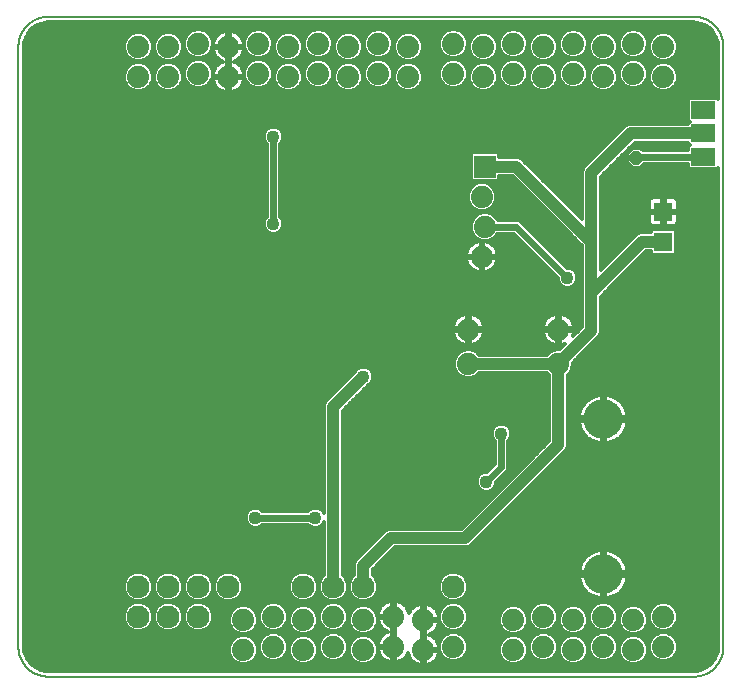
<source format=gbl>
G75*
%MOIN*%
%OFA0B0*%
%FSLAX25Y25*%
%IPPOS*%
%LPD*%
%AMOC8*
5,1,8,0,0,1.08239X$1,22.5*
%
%ADD10C,0.00500*%
%ADD11C,0.07400*%
%ADD12C,0.13100*%
%ADD13R,0.07874X0.05906*%
%ADD14R,0.07400X0.07400*%
%ADD15R,0.06400X0.06400*%
%ADD16C,0.07600*%
%ADD17C,0.04000*%
%ADD18C,0.04362*%
%ADD19C,0.01200*%
%ADD20C,0.02400*%
%ADD21OC8,0.04362*%
D10*
X0062524Y0033933D02*
X0062524Y0233933D01*
X0062527Y0234175D01*
X0062536Y0234416D01*
X0062550Y0234657D01*
X0062571Y0234898D01*
X0062597Y0235138D01*
X0062629Y0235378D01*
X0062667Y0235617D01*
X0062710Y0235854D01*
X0062760Y0236091D01*
X0062815Y0236326D01*
X0062875Y0236560D01*
X0062942Y0236792D01*
X0063013Y0237023D01*
X0063091Y0237252D01*
X0063174Y0237479D01*
X0063262Y0237704D01*
X0063356Y0237927D01*
X0063455Y0238147D01*
X0063560Y0238365D01*
X0063669Y0238580D01*
X0063784Y0238793D01*
X0063904Y0239003D01*
X0064029Y0239209D01*
X0064159Y0239413D01*
X0064294Y0239614D01*
X0064434Y0239811D01*
X0064578Y0240005D01*
X0064727Y0240195D01*
X0064881Y0240381D01*
X0065039Y0240564D01*
X0065201Y0240743D01*
X0065368Y0240918D01*
X0065539Y0241089D01*
X0065714Y0241256D01*
X0065893Y0241418D01*
X0066076Y0241576D01*
X0066262Y0241730D01*
X0066452Y0241879D01*
X0066646Y0242023D01*
X0066843Y0242163D01*
X0067044Y0242298D01*
X0067248Y0242428D01*
X0067454Y0242553D01*
X0067664Y0242673D01*
X0067877Y0242788D01*
X0068092Y0242897D01*
X0068310Y0243002D01*
X0068530Y0243101D01*
X0068753Y0243195D01*
X0068978Y0243283D01*
X0069205Y0243366D01*
X0069434Y0243444D01*
X0069665Y0243515D01*
X0069897Y0243582D01*
X0070131Y0243642D01*
X0070366Y0243697D01*
X0070603Y0243747D01*
X0070840Y0243790D01*
X0071079Y0243828D01*
X0071319Y0243860D01*
X0071559Y0243886D01*
X0071800Y0243907D01*
X0072041Y0243921D01*
X0072282Y0243930D01*
X0072524Y0243933D01*
X0287524Y0243933D01*
X0287766Y0243930D01*
X0288007Y0243921D01*
X0288248Y0243907D01*
X0288489Y0243886D01*
X0288729Y0243860D01*
X0288969Y0243828D01*
X0289208Y0243790D01*
X0289445Y0243747D01*
X0289682Y0243697D01*
X0289917Y0243642D01*
X0290151Y0243582D01*
X0290383Y0243515D01*
X0290614Y0243444D01*
X0290843Y0243366D01*
X0291070Y0243283D01*
X0291295Y0243195D01*
X0291518Y0243101D01*
X0291738Y0243002D01*
X0291956Y0242897D01*
X0292171Y0242788D01*
X0292384Y0242673D01*
X0292594Y0242553D01*
X0292800Y0242428D01*
X0293004Y0242298D01*
X0293205Y0242163D01*
X0293402Y0242023D01*
X0293596Y0241879D01*
X0293786Y0241730D01*
X0293972Y0241576D01*
X0294155Y0241418D01*
X0294334Y0241256D01*
X0294509Y0241089D01*
X0294680Y0240918D01*
X0294847Y0240743D01*
X0295009Y0240564D01*
X0295167Y0240381D01*
X0295321Y0240195D01*
X0295470Y0240005D01*
X0295614Y0239811D01*
X0295754Y0239614D01*
X0295889Y0239413D01*
X0296019Y0239209D01*
X0296144Y0239003D01*
X0296264Y0238793D01*
X0296379Y0238580D01*
X0296488Y0238365D01*
X0296593Y0238147D01*
X0296692Y0237927D01*
X0296786Y0237704D01*
X0296874Y0237479D01*
X0296957Y0237252D01*
X0297035Y0237023D01*
X0297106Y0236792D01*
X0297173Y0236560D01*
X0297233Y0236326D01*
X0297288Y0236091D01*
X0297338Y0235854D01*
X0297381Y0235617D01*
X0297419Y0235378D01*
X0297451Y0235138D01*
X0297477Y0234898D01*
X0297498Y0234657D01*
X0297512Y0234416D01*
X0297521Y0234175D01*
X0297524Y0233933D01*
X0297524Y0033933D01*
X0297521Y0033691D01*
X0297512Y0033450D01*
X0297498Y0033209D01*
X0297477Y0032968D01*
X0297451Y0032728D01*
X0297419Y0032488D01*
X0297381Y0032249D01*
X0297338Y0032012D01*
X0297288Y0031775D01*
X0297233Y0031540D01*
X0297173Y0031306D01*
X0297106Y0031074D01*
X0297035Y0030843D01*
X0296957Y0030614D01*
X0296874Y0030387D01*
X0296786Y0030162D01*
X0296692Y0029939D01*
X0296593Y0029719D01*
X0296488Y0029501D01*
X0296379Y0029286D01*
X0296264Y0029073D01*
X0296144Y0028863D01*
X0296019Y0028657D01*
X0295889Y0028453D01*
X0295754Y0028252D01*
X0295614Y0028055D01*
X0295470Y0027861D01*
X0295321Y0027671D01*
X0295167Y0027485D01*
X0295009Y0027302D01*
X0294847Y0027123D01*
X0294680Y0026948D01*
X0294509Y0026777D01*
X0294334Y0026610D01*
X0294155Y0026448D01*
X0293972Y0026290D01*
X0293786Y0026136D01*
X0293596Y0025987D01*
X0293402Y0025843D01*
X0293205Y0025703D01*
X0293004Y0025568D01*
X0292800Y0025438D01*
X0292594Y0025313D01*
X0292384Y0025193D01*
X0292171Y0025078D01*
X0291956Y0024969D01*
X0291738Y0024864D01*
X0291518Y0024765D01*
X0291295Y0024671D01*
X0291070Y0024583D01*
X0290843Y0024500D01*
X0290614Y0024422D01*
X0290383Y0024351D01*
X0290151Y0024284D01*
X0289917Y0024224D01*
X0289682Y0024169D01*
X0289445Y0024119D01*
X0289208Y0024076D01*
X0288969Y0024038D01*
X0288729Y0024006D01*
X0288489Y0023980D01*
X0288248Y0023959D01*
X0288007Y0023945D01*
X0287766Y0023936D01*
X0287524Y0023933D01*
X0072524Y0023933D01*
X0072282Y0023936D01*
X0072041Y0023945D01*
X0071800Y0023959D01*
X0071559Y0023980D01*
X0071319Y0024006D01*
X0071079Y0024038D01*
X0070840Y0024076D01*
X0070603Y0024119D01*
X0070366Y0024169D01*
X0070131Y0024224D01*
X0069897Y0024284D01*
X0069665Y0024351D01*
X0069434Y0024422D01*
X0069205Y0024500D01*
X0068978Y0024583D01*
X0068753Y0024671D01*
X0068530Y0024765D01*
X0068310Y0024864D01*
X0068092Y0024969D01*
X0067877Y0025078D01*
X0067664Y0025193D01*
X0067454Y0025313D01*
X0067248Y0025438D01*
X0067044Y0025568D01*
X0066843Y0025703D01*
X0066646Y0025843D01*
X0066452Y0025987D01*
X0066262Y0026136D01*
X0066076Y0026290D01*
X0065893Y0026448D01*
X0065714Y0026610D01*
X0065539Y0026777D01*
X0065368Y0026948D01*
X0065201Y0027123D01*
X0065039Y0027302D01*
X0064881Y0027485D01*
X0064727Y0027671D01*
X0064578Y0027861D01*
X0064434Y0028055D01*
X0064294Y0028252D01*
X0064159Y0028453D01*
X0064029Y0028657D01*
X0063904Y0028863D01*
X0063784Y0029073D01*
X0063669Y0029286D01*
X0063560Y0029501D01*
X0063455Y0029719D01*
X0063356Y0029939D01*
X0063262Y0030162D01*
X0063174Y0030387D01*
X0063091Y0030614D01*
X0063013Y0030843D01*
X0062942Y0031074D01*
X0062875Y0031306D01*
X0062815Y0031540D01*
X0062760Y0031775D01*
X0062710Y0032012D01*
X0062667Y0032249D01*
X0062629Y0032488D01*
X0062597Y0032728D01*
X0062571Y0032968D01*
X0062550Y0033209D01*
X0062536Y0033450D01*
X0062527Y0033691D01*
X0062524Y0033933D01*
D11*
X0137524Y0032933D03*
X0147524Y0033933D03*
X0157524Y0032933D03*
X0167524Y0033933D03*
X0177524Y0032933D03*
X0187524Y0033933D03*
X0197524Y0032933D03*
X0207524Y0033933D03*
X0207524Y0043933D03*
X0197524Y0042933D03*
X0187524Y0043933D03*
X0177524Y0042933D03*
X0167524Y0043933D03*
X0157524Y0042933D03*
X0147524Y0043933D03*
X0137524Y0042933D03*
X0227524Y0042933D03*
X0237524Y0043933D03*
X0247524Y0042933D03*
X0257524Y0043933D03*
X0267524Y0042933D03*
X0267524Y0032933D03*
X0257524Y0033933D03*
X0247524Y0032933D03*
X0237524Y0033933D03*
X0227524Y0032933D03*
X0277524Y0033933D03*
X0277524Y0043933D03*
X0242524Y0128233D03*
X0242524Y0139633D03*
X0212524Y0139633D03*
X0212524Y0128233D03*
X0217024Y0163933D03*
X0218024Y0173933D03*
X0217024Y0183933D03*
X0217524Y0223933D03*
X0227524Y0224933D03*
X0237524Y0223933D03*
X0247524Y0224933D03*
X0257524Y0223933D03*
X0267524Y0224933D03*
X0257524Y0233933D03*
X0267524Y0234933D03*
X0277524Y0233933D03*
X0277524Y0223933D03*
X0247524Y0234933D03*
X0237524Y0233933D03*
X0227524Y0234933D03*
X0217524Y0233933D03*
X0207524Y0234933D03*
X0207524Y0224933D03*
X0192524Y0223933D03*
X0182524Y0224933D03*
X0172524Y0223933D03*
X0162524Y0224933D03*
X0152524Y0223933D03*
X0142524Y0224933D03*
X0132524Y0223933D03*
X0122524Y0224933D03*
X0112524Y0223933D03*
X0102524Y0223933D03*
X0102524Y0233933D03*
X0112524Y0233933D03*
X0122524Y0234933D03*
X0132524Y0233933D03*
X0142524Y0234933D03*
X0152524Y0233933D03*
X0162524Y0234933D03*
X0172524Y0233933D03*
X0182524Y0234933D03*
X0192524Y0233933D03*
D12*
X0257524Y0109783D03*
X0257524Y0058083D03*
D13*
X0290870Y0197161D03*
X0290870Y0205035D03*
X0290870Y0212909D03*
D14*
X0218024Y0193933D03*
D15*
X0277524Y0178933D03*
X0277524Y0168933D03*
D16*
X0132524Y0195933D03*
X0132524Y0204933D03*
X0132524Y0213933D03*
X0132524Y0053933D03*
X0122524Y0053933D03*
X0112524Y0053933D03*
X0102524Y0053933D03*
X0102524Y0043933D03*
X0112524Y0043933D03*
X0122524Y0043933D03*
X0157524Y0053933D03*
X0167524Y0053933D03*
X0177524Y0053933D03*
X0187524Y0053933D03*
X0197524Y0053933D03*
X0207524Y0053933D03*
D17*
X0211524Y0070154D02*
X0186744Y0070154D01*
X0177524Y0060933D01*
X0177524Y0053933D01*
X0167524Y0053933D02*
X0167524Y0113933D01*
X0177524Y0123933D01*
X0212524Y0128233D02*
X0242524Y0128233D01*
X0253524Y0139233D01*
X0253524Y0151933D01*
X0270524Y0168933D01*
X0277524Y0168933D01*
X0253524Y0168933D02*
X0253524Y0151933D01*
X0253524Y0168933D02*
X0228524Y0193933D01*
X0218024Y0193933D01*
X0253524Y0191933D02*
X0253524Y0168933D01*
X0253524Y0191933D02*
X0266626Y0205035D01*
X0290870Y0205035D01*
X0242524Y0128233D02*
X0242524Y0101154D01*
X0211524Y0070154D01*
D18*
X0219524Y0059933D03*
X0227524Y0076933D03*
X0218524Y0088933D03*
X0223524Y0104933D03*
X0235524Y0117933D03*
X0276524Y0113933D03*
X0239524Y0149933D03*
X0245524Y0156933D03*
X0235524Y0177933D03*
X0237524Y0204933D03*
X0191524Y0201933D03*
X0163524Y0179933D03*
X0147524Y0174933D03*
X0142524Y0161933D03*
X0107524Y0158933D03*
X0106524Y0189933D03*
X0102524Y0197933D03*
X0119524Y0197933D03*
X0147524Y0203933D03*
X0089524Y0234933D03*
X0197524Y0149933D03*
X0176524Y0144933D03*
X0177524Y0123933D03*
X0175524Y0104933D03*
X0141524Y0122933D03*
X0111524Y0118933D03*
X0108524Y0079933D03*
X0126524Y0063933D03*
X0141524Y0076933D03*
X0161524Y0076933D03*
X0186524Y0077933D03*
X0105524Y0030933D03*
X0286524Y0053933D03*
X0291524Y0165933D03*
D19*
X0295674Y0165357D02*
X0281824Y0165357D01*
X0281824Y0165277D02*
X0281824Y0172589D01*
X0281179Y0173233D01*
X0273868Y0173233D01*
X0273224Y0172589D01*
X0273224Y0172033D01*
X0269907Y0172033D01*
X0268768Y0171561D01*
X0256624Y0159417D01*
X0256624Y0190649D01*
X0267910Y0201935D01*
X0285833Y0201935D01*
X0285833Y0201627D01*
X0286362Y0201098D01*
X0285833Y0200570D01*
X0285833Y0199461D01*
X0270635Y0199461D01*
X0269883Y0200214D01*
X0267165Y0200214D01*
X0265243Y0198292D01*
X0265243Y0195574D01*
X0267165Y0193652D01*
X0269883Y0193652D01*
X0271092Y0194861D01*
X0285833Y0194861D01*
X0285833Y0193753D01*
X0286477Y0193109D01*
X0295263Y0193109D01*
X0295674Y0193520D01*
X0295674Y0033933D01*
X0295573Y0032658D01*
X0294785Y0030233D01*
X0293287Y0028170D01*
X0291224Y0026671D01*
X0288799Y0025883D01*
X0287524Y0025783D01*
X0072524Y0025783D01*
X0071249Y0025883D01*
X0068824Y0026671D01*
X0066761Y0028170D01*
X0065262Y0030233D01*
X0064474Y0032658D01*
X0064374Y0033933D01*
X0064374Y0233933D01*
X0064474Y0235208D01*
X0065262Y0237633D01*
X0066761Y0239696D01*
X0068824Y0241195D01*
X0071249Y0241983D01*
X0072524Y0242083D01*
X0287524Y0242083D01*
X0288799Y0241983D01*
X0291224Y0241195D01*
X0293287Y0239696D01*
X0294785Y0237633D01*
X0295573Y0235208D01*
X0295674Y0233933D01*
X0295674Y0216551D01*
X0295263Y0216962D01*
X0286477Y0216962D01*
X0285833Y0216318D01*
X0285833Y0209501D01*
X0286362Y0208972D01*
X0285833Y0208444D01*
X0285833Y0208135D01*
X0266009Y0208135D01*
X0264870Y0207663D01*
X0250896Y0193689D01*
X0250424Y0192550D01*
X0250424Y0176417D01*
X0231152Y0195689D01*
X0230280Y0196561D01*
X0229140Y0197033D01*
X0222824Y0197033D01*
X0222824Y0198089D01*
X0222179Y0198733D01*
X0213868Y0198733D01*
X0213224Y0198089D01*
X0213224Y0189777D01*
X0213868Y0189133D01*
X0222179Y0189133D01*
X0222824Y0189777D01*
X0222824Y0190833D01*
X0227240Y0190833D01*
X0250424Y0167649D01*
X0250424Y0140517D01*
X0247363Y0137456D01*
X0247435Y0137599D01*
X0247693Y0138392D01*
X0247824Y0139216D01*
X0247824Y0139233D01*
X0242924Y0139233D01*
X0242924Y0140033D01*
X0247824Y0140033D01*
X0247824Y0140050D01*
X0247693Y0140874D01*
X0247435Y0141668D01*
X0247057Y0142411D01*
X0246566Y0143086D01*
X0245976Y0143676D01*
X0245301Y0144166D01*
X0244558Y0144545D01*
X0243765Y0144803D01*
X0242941Y0144933D01*
X0242924Y0144933D01*
X0242924Y0140033D01*
X0242124Y0140033D01*
X0242124Y0144933D01*
X0242106Y0144933D01*
X0241283Y0144803D01*
X0240489Y0144545D01*
X0239746Y0144166D01*
X0239071Y0143676D01*
X0238481Y0143086D01*
X0237991Y0142411D01*
X0237612Y0141668D01*
X0237354Y0140874D01*
X0237224Y0140050D01*
X0237224Y0140033D01*
X0242124Y0140033D01*
X0242124Y0139233D01*
X0242924Y0139233D01*
X0242924Y0134333D01*
X0242941Y0134333D01*
X0243765Y0134464D01*
X0244558Y0134721D01*
X0244700Y0134794D01*
X0242940Y0133033D01*
X0241569Y0133033D01*
X0239805Y0132302D01*
X0238835Y0131333D01*
X0216212Y0131333D01*
X0215243Y0132302D01*
X0213478Y0133033D01*
X0211569Y0133033D01*
X0209805Y0132302D01*
X0208454Y0130952D01*
X0207724Y0129188D01*
X0207724Y0127278D01*
X0208454Y0125514D01*
X0209805Y0124164D01*
X0211569Y0123433D01*
X0213478Y0123433D01*
X0215243Y0124164D01*
X0216212Y0125133D01*
X0238835Y0125133D01*
X0239424Y0124545D01*
X0239424Y0102438D01*
X0210240Y0073254D01*
X0186127Y0073254D01*
X0184988Y0072782D01*
X0175768Y0063561D01*
X0174896Y0062689D01*
X0174424Y0061550D01*
X0174424Y0057763D01*
X0173370Y0056709D01*
X0172624Y0054908D01*
X0172624Y0052958D01*
X0173370Y0051157D01*
X0174748Y0049779D01*
X0176549Y0049033D01*
X0178498Y0049033D01*
X0180299Y0049779D01*
X0181678Y0051157D01*
X0182424Y0052958D01*
X0182424Y0054908D01*
X0181678Y0056709D01*
X0180624Y0057763D01*
X0180624Y0059649D01*
X0188028Y0067054D01*
X0212140Y0067054D01*
X0213280Y0067525D01*
X0214152Y0068398D01*
X0245152Y0099398D01*
X0245624Y0100537D01*
X0245624Y0124545D01*
X0246593Y0125514D01*
X0247324Y0127278D01*
X0247324Y0128649D01*
X0256152Y0137477D01*
X0256624Y0138616D01*
X0256624Y0150649D01*
X0271808Y0165833D01*
X0273224Y0165833D01*
X0273224Y0165277D01*
X0273868Y0164633D01*
X0281179Y0164633D01*
X0281824Y0165277D01*
X0281824Y0166556D02*
X0295674Y0166556D01*
X0295674Y0167754D02*
X0281824Y0167754D01*
X0281824Y0168953D02*
X0295674Y0168953D01*
X0295674Y0170151D02*
X0281824Y0170151D01*
X0281824Y0171350D02*
X0295674Y0171350D01*
X0295674Y0172548D02*
X0281824Y0172548D01*
X0281341Y0174242D02*
X0281706Y0174453D01*
X0282004Y0174751D01*
X0282215Y0175115D01*
X0282324Y0175522D01*
X0282324Y0178533D01*
X0277924Y0178533D01*
X0277924Y0179333D01*
X0282324Y0179333D01*
X0282324Y0182344D01*
X0282215Y0182751D01*
X0282004Y0183115D01*
X0281706Y0183413D01*
X0281341Y0183624D01*
X0280934Y0183733D01*
X0277924Y0183733D01*
X0277924Y0179333D01*
X0277124Y0179333D01*
X0277124Y0183733D01*
X0274113Y0183733D01*
X0273706Y0183624D01*
X0273341Y0183413D01*
X0273043Y0183115D01*
X0272833Y0182751D01*
X0272724Y0182344D01*
X0272724Y0179333D01*
X0277124Y0179333D01*
X0277124Y0178533D01*
X0277924Y0178533D01*
X0277924Y0174133D01*
X0280934Y0174133D01*
X0281341Y0174242D01*
X0282116Y0174945D02*
X0295674Y0174945D01*
X0295674Y0173747D02*
X0256624Y0173747D01*
X0256624Y0174945D02*
X0272931Y0174945D01*
X0272833Y0175115D02*
X0273043Y0174751D01*
X0273341Y0174453D01*
X0273706Y0174242D01*
X0274113Y0174133D01*
X0277124Y0174133D01*
X0277124Y0178533D01*
X0272724Y0178533D01*
X0272724Y0175522D01*
X0272833Y0175115D01*
X0272724Y0176144D02*
X0256624Y0176144D01*
X0256624Y0177343D02*
X0272724Y0177343D01*
X0272724Y0179740D02*
X0256624Y0179740D01*
X0256624Y0180938D02*
X0272724Y0180938D01*
X0272724Y0182137D02*
X0256624Y0182137D01*
X0256624Y0183335D02*
X0273263Y0183335D01*
X0277124Y0183335D02*
X0277924Y0183335D01*
X0277924Y0182137D02*
X0277124Y0182137D01*
X0277124Y0180938D02*
X0277924Y0180938D01*
X0277924Y0179740D02*
X0277124Y0179740D01*
X0277124Y0178541D02*
X0256624Y0178541D01*
X0256624Y0172548D02*
X0273224Y0172548D01*
X0277124Y0174945D02*
X0277924Y0174945D01*
X0277924Y0176144D02*
X0277124Y0176144D01*
X0277124Y0177343D02*
X0277924Y0177343D01*
X0277924Y0178541D02*
X0295674Y0178541D01*
X0295674Y0177343D02*
X0282324Y0177343D01*
X0282324Y0176144D02*
X0295674Y0176144D01*
X0295674Y0179740D02*
X0282324Y0179740D01*
X0282324Y0180938D02*
X0295674Y0180938D01*
X0295674Y0182137D02*
X0282324Y0182137D01*
X0281784Y0183335D02*
X0295674Y0183335D01*
X0295674Y0184534D02*
X0256624Y0184534D01*
X0256624Y0185732D02*
X0295674Y0185732D01*
X0295674Y0186931D02*
X0256624Y0186931D01*
X0256624Y0188129D02*
X0295674Y0188129D01*
X0295674Y0189328D02*
X0256624Y0189328D01*
X0256624Y0190526D02*
X0295674Y0190526D01*
X0295674Y0191725D02*
X0257699Y0191725D01*
X0258898Y0192923D02*
X0295674Y0192923D01*
X0285833Y0194122D02*
X0270352Y0194122D01*
X0266695Y0194122D02*
X0260096Y0194122D01*
X0261295Y0195320D02*
X0265496Y0195320D01*
X0265243Y0196519D02*
X0262493Y0196519D01*
X0263692Y0197717D02*
X0265243Y0197717D01*
X0264890Y0198916D02*
X0265866Y0198916D01*
X0266089Y0200114D02*
X0267065Y0200114D01*
X0267287Y0201313D02*
X0286147Y0201313D01*
X0285833Y0200114D02*
X0269983Y0200114D01*
X0263313Y0206107D02*
X0149990Y0206107D01*
X0150305Y0205792D02*
X0149382Y0206715D01*
X0148176Y0207214D01*
X0146871Y0207214D01*
X0145665Y0206715D01*
X0144742Y0205792D01*
X0144243Y0204586D01*
X0144243Y0203280D01*
X0144742Y0202074D01*
X0145224Y0201593D01*
X0145224Y0177273D01*
X0144742Y0176792D01*
X0144243Y0175586D01*
X0144243Y0174280D01*
X0144742Y0173074D01*
X0145665Y0172151D01*
X0146871Y0171652D01*
X0148176Y0171652D01*
X0149382Y0172151D01*
X0150305Y0173074D01*
X0150805Y0174280D01*
X0150805Y0175586D01*
X0150305Y0176792D01*
X0149824Y0177273D01*
X0149824Y0201593D01*
X0150305Y0202074D01*
X0150805Y0203280D01*
X0150805Y0204586D01*
X0150305Y0205792D01*
X0150671Y0204908D02*
X0262115Y0204908D01*
X0260916Y0203710D02*
X0150805Y0203710D01*
X0150486Y0202511D02*
X0259718Y0202511D01*
X0258519Y0201313D02*
X0149824Y0201313D01*
X0149824Y0200114D02*
X0257321Y0200114D01*
X0256122Y0198916D02*
X0149824Y0198916D01*
X0149824Y0197717D02*
X0213224Y0197717D01*
X0213224Y0196519D02*
X0149824Y0196519D01*
X0149824Y0195320D02*
X0213224Y0195320D01*
X0213224Y0194122D02*
X0149824Y0194122D01*
X0149824Y0192923D02*
X0213224Y0192923D01*
X0213224Y0191725D02*
X0149824Y0191725D01*
X0149824Y0190526D02*
X0213224Y0190526D01*
X0213673Y0189328D02*
X0149824Y0189328D01*
X0149824Y0188129D02*
X0214611Y0188129D01*
X0214305Y0188002D02*
X0212954Y0186652D01*
X0212224Y0184888D01*
X0212224Y0182978D01*
X0212954Y0181214D01*
X0214305Y0179864D01*
X0216069Y0179133D01*
X0217978Y0179133D01*
X0219743Y0179864D01*
X0221093Y0181214D01*
X0221824Y0182978D01*
X0221824Y0184888D01*
X0221093Y0186652D01*
X0219743Y0188002D01*
X0217978Y0188733D01*
X0216069Y0188733D01*
X0214305Y0188002D01*
X0213233Y0186931D02*
X0149824Y0186931D01*
X0149824Y0185732D02*
X0212573Y0185732D01*
X0212224Y0184534D02*
X0149824Y0184534D01*
X0149824Y0183335D02*
X0212224Y0183335D01*
X0212572Y0182137D02*
X0149824Y0182137D01*
X0149824Y0180938D02*
X0213230Y0180938D01*
X0214605Y0179740D02*
X0149824Y0179740D01*
X0149824Y0178541D02*
X0216605Y0178541D01*
X0217069Y0178733D02*
X0215305Y0178002D01*
X0213954Y0176652D01*
X0213224Y0174888D01*
X0213224Y0172978D01*
X0213954Y0171214D01*
X0215305Y0169864D01*
X0217069Y0169133D01*
X0217424Y0169133D01*
X0217424Y0164333D01*
X0222324Y0164333D01*
X0222324Y0164350D01*
X0222193Y0165174D01*
X0221935Y0165968D01*
X0221557Y0166711D01*
X0221066Y0167386D01*
X0220476Y0167976D01*
X0219801Y0168466D01*
X0219058Y0168845D01*
X0218265Y0169103D01*
X0218072Y0169133D01*
X0218978Y0169133D01*
X0220743Y0169864D01*
X0222093Y0171214D01*
X0222266Y0171633D01*
X0227571Y0171633D01*
X0242243Y0156961D01*
X0242243Y0156280D01*
X0242742Y0155074D01*
X0243665Y0154151D01*
X0244871Y0153652D01*
X0246176Y0153652D01*
X0247382Y0154151D01*
X0248305Y0155074D01*
X0248805Y0156280D01*
X0248805Y0157586D01*
X0248305Y0158792D01*
X0247382Y0159715D01*
X0246176Y0160214D01*
X0245495Y0160214D01*
X0229476Y0176233D01*
X0222266Y0176233D01*
X0222093Y0176652D01*
X0220743Y0178002D01*
X0218978Y0178733D01*
X0217069Y0178733D01*
X0219442Y0178541D02*
X0239532Y0178541D01*
X0240730Y0177343D02*
X0221402Y0177343D01*
X0219443Y0179740D02*
X0238333Y0179740D01*
X0237135Y0180938D02*
X0220817Y0180938D01*
X0221475Y0182137D02*
X0235936Y0182137D01*
X0234738Y0183335D02*
X0221824Y0183335D01*
X0221824Y0184534D02*
X0233539Y0184534D01*
X0232341Y0185732D02*
X0221474Y0185732D01*
X0220814Y0186931D02*
X0231142Y0186931D01*
X0229944Y0188129D02*
X0219436Y0188129D01*
X0222374Y0189328D02*
X0228745Y0189328D01*
X0227546Y0190526D02*
X0222824Y0190526D01*
X0230322Y0196519D02*
X0253725Y0196519D01*
X0254924Y0197717D02*
X0222824Y0197717D01*
X0231152Y0195689D02*
X0231152Y0195689D01*
X0231521Y0195320D02*
X0252527Y0195320D01*
X0251328Y0194122D02*
X0232719Y0194122D01*
X0233918Y0192923D02*
X0250578Y0192923D01*
X0250424Y0191725D02*
X0235116Y0191725D01*
X0236315Y0190526D02*
X0250424Y0190526D01*
X0250424Y0189328D02*
X0237513Y0189328D01*
X0238712Y0188129D02*
X0250424Y0188129D01*
X0250424Y0186931D02*
X0239910Y0186931D01*
X0241109Y0185732D02*
X0250424Y0185732D01*
X0250424Y0184534D02*
X0242307Y0184534D01*
X0243506Y0183335D02*
X0250424Y0183335D01*
X0250424Y0182137D02*
X0244704Y0182137D01*
X0245903Y0180938D02*
X0250424Y0180938D01*
X0250424Y0179740D02*
X0247101Y0179740D01*
X0248300Y0178541D02*
X0250424Y0178541D01*
X0250424Y0177343D02*
X0249498Y0177343D01*
X0245524Y0172548D02*
X0233161Y0172548D01*
X0234359Y0171350D02*
X0246723Y0171350D01*
X0247921Y0170151D02*
X0235558Y0170151D01*
X0236756Y0168953D02*
X0249120Y0168953D01*
X0250318Y0167754D02*
X0237955Y0167754D01*
X0239153Y0166556D02*
X0250424Y0166556D01*
X0250424Y0165357D02*
X0240352Y0165357D01*
X0241550Y0164159D02*
X0250424Y0164159D01*
X0250424Y0162960D02*
X0242749Y0162960D01*
X0243947Y0161762D02*
X0250424Y0161762D01*
X0250424Y0160563D02*
X0245146Y0160563D01*
X0247732Y0159365D02*
X0250424Y0159365D01*
X0250424Y0158166D02*
X0248564Y0158166D01*
X0248805Y0156968D02*
X0250424Y0156968D01*
X0250424Y0155769D02*
X0248593Y0155769D01*
X0247802Y0154571D02*
X0250424Y0154571D01*
X0250424Y0153372D02*
X0064374Y0153372D01*
X0064374Y0152174D02*
X0250424Y0152174D01*
X0250424Y0150975D02*
X0064374Y0150975D01*
X0064374Y0149777D02*
X0250424Y0149777D01*
X0250424Y0148578D02*
X0064374Y0148578D01*
X0064374Y0147380D02*
X0250424Y0147380D01*
X0250424Y0146181D02*
X0064374Y0146181D01*
X0064374Y0144983D02*
X0250424Y0144983D01*
X0250424Y0143784D02*
X0245827Y0143784D01*
X0246930Y0142586D02*
X0250424Y0142586D01*
X0250424Y0141387D02*
X0247526Y0141387D01*
X0247802Y0140189D02*
X0250095Y0140189D01*
X0248897Y0138990D02*
X0247788Y0138990D01*
X0247698Y0137792D02*
X0247498Y0137792D01*
X0242924Y0137792D02*
X0242124Y0137792D01*
X0242124Y0138990D02*
X0242924Y0138990D01*
X0242124Y0139233D02*
X0242124Y0134333D01*
X0242106Y0134333D01*
X0241283Y0134464D01*
X0240489Y0134721D01*
X0239746Y0135100D01*
X0239071Y0135590D01*
X0238481Y0136180D01*
X0237991Y0136855D01*
X0237612Y0137599D01*
X0237354Y0138392D01*
X0237224Y0139216D01*
X0237224Y0139233D01*
X0242124Y0139233D01*
X0242124Y0140189D02*
X0242924Y0140189D01*
X0242924Y0141387D02*
X0242124Y0141387D01*
X0242124Y0142586D02*
X0242924Y0142586D01*
X0242924Y0143784D02*
X0242124Y0143784D01*
X0239220Y0143784D02*
X0215827Y0143784D01*
X0215976Y0143676D02*
X0215301Y0144166D01*
X0214558Y0144545D01*
X0213765Y0144803D01*
X0212941Y0144933D01*
X0212924Y0144933D01*
X0212924Y0140033D01*
X0217824Y0140033D01*
X0217824Y0140050D01*
X0217693Y0140874D01*
X0217435Y0141668D01*
X0217057Y0142411D01*
X0216566Y0143086D01*
X0215976Y0143676D01*
X0216930Y0142586D02*
X0238118Y0142586D01*
X0237521Y0141387D02*
X0217526Y0141387D01*
X0217802Y0140189D02*
X0237246Y0140189D01*
X0237259Y0138990D02*
X0217788Y0138990D01*
X0217824Y0139216D02*
X0217824Y0139233D01*
X0212924Y0139233D01*
X0212924Y0140033D01*
X0212124Y0140033D01*
X0212124Y0144933D01*
X0212106Y0144933D01*
X0211283Y0144803D01*
X0210489Y0144545D01*
X0209746Y0144166D01*
X0209071Y0143676D01*
X0208481Y0143086D01*
X0207991Y0142411D01*
X0207612Y0141668D01*
X0207354Y0140874D01*
X0207224Y0140050D01*
X0207224Y0140033D01*
X0212124Y0140033D01*
X0212124Y0139233D01*
X0212924Y0139233D01*
X0212924Y0134333D01*
X0212941Y0134333D01*
X0213765Y0134464D01*
X0214558Y0134721D01*
X0215301Y0135100D01*
X0215976Y0135590D01*
X0216566Y0136180D01*
X0217057Y0136855D01*
X0217435Y0137599D01*
X0217693Y0138392D01*
X0217824Y0139216D01*
X0217498Y0137792D02*
X0237549Y0137792D01*
X0238181Y0136593D02*
X0216866Y0136593D01*
X0215707Y0135395D02*
X0239340Y0135395D01*
X0242124Y0135395D02*
X0242924Y0135395D01*
X0242924Y0136593D02*
X0242124Y0136593D01*
X0244103Y0134196D02*
X0064374Y0134196D01*
X0064374Y0132998D02*
X0211483Y0132998D01*
X0212106Y0134333D02*
X0212124Y0134333D01*
X0212124Y0139233D01*
X0207224Y0139233D01*
X0207224Y0139216D01*
X0207354Y0138392D01*
X0207612Y0137599D01*
X0207991Y0136855D01*
X0208481Y0136180D01*
X0209071Y0135590D01*
X0209746Y0135100D01*
X0210489Y0134721D01*
X0211283Y0134464D01*
X0212106Y0134333D01*
X0212124Y0135395D02*
X0212924Y0135395D01*
X0212924Y0136593D02*
X0212124Y0136593D01*
X0212124Y0137792D02*
X0212924Y0137792D01*
X0212924Y0138990D02*
X0212124Y0138990D01*
X0212124Y0140189D02*
X0212924Y0140189D01*
X0212924Y0141387D02*
X0212124Y0141387D01*
X0212124Y0142586D02*
X0212924Y0142586D01*
X0212924Y0143784D02*
X0212124Y0143784D01*
X0209220Y0143784D02*
X0064374Y0143784D01*
X0064374Y0142586D02*
X0208118Y0142586D01*
X0207521Y0141387D02*
X0064374Y0141387D01*
X0064374Y0140189D02*
X0207246Y0140189D01*
X0207259Y0138990D02*
X0064374Y0138990D01*
X0064374Y0137792D02*
X0207549Y0137792D01*
X0208181Y0136593D02*
X0064374Y0136593D01*
X0064374Y0135395D02*
X0209340Y0135395D01*
X0213564Y0132998D02*
X0241483Y0132998D01*
X0239301Y0131799D02*
X0215746Y0131799D01*
X0209301Y0131799D02*
X0064374Y0131799D01*
X0064374Y0130601D02*
X0208309Y0130601D01*
X0207812Y0129402D02*
X0064374Y0129402D01*
X0064374Y0128204D02*
X0207724Y0128204D01*
X0207837Y0127005D02*
X0178681Y0127005D01*
X0178176Y0127214D02*
X0176871Y0127214D01*
X0175665Y0126715D01*
X0174742Y0125792D01*
X0174561Y0125354D01*
X0164896Y0115689D01*
X0164424Y0114550D01*
X0164424Y0078506D01*
X0164305Y0078792D01*
X0163382Y0079715D01*
X0162176Y0080214D01*
X0160871Y0080214D01*
X0159665Y0079715D01*
X0159183Y0079233D01*
X0143864Y0079233D01*
X0143382Y0079715D01*
X0142176Y0080214D01*
X0140871Y0080214D01*
X0139665Y0079715D01*
X0138742Y0078792D01*
X0138243Y0077586D01*
X0138243Y0076280D01*
X0138742Y0075074D01*
X0139665Y0074151D01*
X0140871Y0073652D01*
X0142176Y0073652D01*
X0143382Y0074151D01*
X0143864Y0074633D01*
X0159183Y0074633D01*
X0159665Y0074151D01*
X0160871Y0073652D01*
X0162176Y0073652D01*
X0163382Y0074151D01*
X0164305Y0075074D01*
X0164424Y0075360D01*
X0164424Y0057763D01*
X0163370Y0056709D01*
X0162624Y0054908D01*
X0162624Y0052958D01*
X0163370Y0051157D01*
X0164748Y0049779D01*
X0166549Y0049033D01*
X0168498Y0049033D01*
X0170299Y0049779D01*
X0171678Y0051157D01*
X0172424Y0052958D01*
X0172424Y0054908D01*
X0171678Y0056709D01*
X0170624Y0057763D01*
X0170624Y0112649D01*
X0178945Y0120970D01*
X0179382Y0121151D01*
X0180305Y0122074D01*
X0180805Y0123280D01*
X0180805Y0124586D01*
X0180305Y0125792D01*
X0179382Y0126715D01*
X0178176Y0127214D01*
X0176366Y0127005D02*
X0064374Y0127005D01*
X0064374Y0125807D02*
X0174757Y0125807D01*
X0173815Y0124608D02*
X0064374Y0124608D01*
X0064374Y0123410D02*
X0172616Y0123410D01*
X0171417Y0122211D02*
X0064374Y0122211D01*
X0064374Y0121012D02*
X0170219Y0121012D01*
X0169020Y0119814D02*
X0064374Y0119814D01*
X0064374Y0118615D02*
X0167822Y0118615D01*
X0166623Y0117417D02*
X0064374Y0117417D01*
X0064374Y0116218D02*
X0165425Y0116218D01*
X0164618Y0115020D02*
X0064374Y0115020D01*
X0064374Y0113821D02*
X0164424Y0113821D01*
X0164424Y0112623D02*
X0064374Y0112623D01*
X0064374Y0111424D02*
X0164424Y0111424D01*
X0164424Y0110226D02*
X0064374Y0110226D01*
X0064374Y0109027D02*
X0164424Y0109027D01*
X0164424Y0107829D02*
X0064374Y0107829D01*
X0064374Y0106630D02*
X0164424Y0106630D01*
X0164424Y0105432D02*
X0064374Y0105432D01*
X0064374Y0104233D02*
X0164424Y0104233D01*
X0164424Y0103035D02*
X0064374Y0103035D01*
X0064374Y0101836D02*
X0164424Y0101836D01*
X0164424Y0100638D02*
X0064374Y0100638D01*
X0064374Y0099439D02*
X0164424Y0099439D01*
X0164424Y0098241D02*
X0064374Y0098241D01*
X0064374Y0097042D02*
X0164424Y0097042D01*
X0164424Y0095844D02*
X0064374Y0095844D01*
X0064374Y0094645D02*
X0164424Y0094645D01*
X0164424Y0093447D02*
X0064374Y0093447D01*
X0064374Y0092248D02*
X0164424Y0092248D01*
X0164424Y0091050D02*
X0064374Y0091050D01*
X0064374Y0089851D02*
X0164424Y0089851D01*
X0164424Y0088653D02*
X0064374Y0088653D01*
X0064374Y0087454D02*
X0164424Y0087454D01*
X0164424Y0086256D02*
X0064374Y0086256D01*
X0064374Y0085057D02*
X0164424Y0085057D01*
X0164424Y0083859D02*
X0064374Y0083859D01*
X0064374Y0082660D02*
X0164424Y0082660D01*
X0164424Y0081462D02*
X0064374Y0081462D01*
X0064374Y0080263D02*
X0164424Y0080263D01*
X0164424Y0079065D02*
X0164032Y0079065D01*
X0164424Y0074271D02*
X0163501Y0074271D01*
X0164424Y0073072D02*
X0064374Y0073072D01*
X0064374Y0071874D02*
X0164424Y0071874D01*
X0164424Y0070675D02*
X0064374Y0070675D01*
X0064374Y0069477D02*
X0164424Y0069477D01*
X0164424Y0068278D02*
X0064374Y0068278D01*
X0064374Y0067079D02*
X0164424Y0067079D01*
X0164424Y0065881D02*
X0064374Y0065881D01*
X0064374Y0064682D02*
X0164424Y0064682D01*
X0164424Y0063484D02*
X0064374Y0063484D01*
X0064374Y0062285D02*
X0164424Y0062285D01*
X0164424Y0061087D02*
X0064374Y0061087D01*
X0064374Y0059888D02*
X0164424Y0059888D01*
X0164424Y0058690D02*
X0158844Y0058690D01*
X0158498Y0058833D02*
X0156549Y0058833D01*
X0154748Y0058087D01*
X0153370Y0056709D01*
X0152624Y0054908D01*
X0152624Y0052958D01*
X0153370Y0051157D01*
X0154748Y0049779D01*
X0156549Y0049033D01*
X0158498Y0049033D01*
X0160299Y0049779D01*
X0161678Y0051157D01*
X0162424Y0052958D01*
X0162424Y0054908D01*
X0161678Y0056709D01*
X0160299Y0058087D01*
X0158498Y0058833D01*
X0156203Y0058690D02*
X0133844Y0058690D01*
X0133498Y0058833D02*
X0131549Y0058833D01*
X0129748Y0058087D01*
X0128370Y0056709D01*
X0127624Y0054908D01*
X0127624Y0052958D01*
X0128370Y0051157D01*
X0129748Y0049779D01*
X0131549Y0049033D01*
X0133498Y0049033D01*
X0135299Y0049779D01*
X0136678Y0051157D01*
X0137424Y0052958D01*
X0137424Y0054908D01*
X0136678Y0056709D01*
X0135299Y0058087D01*
X0133498Y0058833D01*
X0131203Y0058690D02*
X0123844Y0058690D01*
X0123498Y0058833D02*
X0121549Y0058833D01*
X0119748Y0058087D01*
X0118370Y0056709D01*
X0117624Y0054908D01*
X0117624Y0052958D01*
X0118370Y0051157D01*
X0119748Y0049779D01*
X0121549Y0049033D01*
X0123498Y0049033D01*
X0125299Y0049779D01*
X0126678Y0051157D01*
X0127424Y0052958D01*
X0127424Y0054908D01*
X0126678Y0056709D01*
X0125299Y0058087D01*
X0123498Y0058833D01*
X0121203Y0058690D02*
X0113844Y0058690D01*
X0113498Y0058833D02*
X0111549Y0058833D01*
X0109748Y0058087D01*
X0108370Y0056709D01*
X0107624Y0054908D01*
X0107624Y0052958D01*
X0108370Y0051157D01*
X0109748Y0049779D01*
X0111549Y0049033D01*
X0113498Y0049033D01*
X0115299Y0049779D01*
X0116678Y0051157D01*
X0117424Y0052958D01*
X0117424Y0054908D01*
X0116678Y0056709D01*
X0115299Y0058087D01*
X0113498Y0058833D01*
X0111203Y0058690D02*
X0103844Y0058690D01*
X0103498Y0058833D02*
X0101549Y0058833D01*
X0099748Y0058087D01*
X0098370Y0056709D01*
X0097624Y0054908D01*
X0097624Y0052958D01*
X0098370Y0051157D01*
X0099748Y0049779D01*
X0101549Y0049033D01*
X0103498Y0049033D01*
X0105299Y0049779D01*
X0106678Y0051157D01*
X0107424Y0052958D01*
X0107424Y0054908D01*
X0106678Y0056709D01*
X0105299Y0058087D01*
X0103498Y0058833D01*
X0101203Y0058690D02*
X0064374Y0058690D01*
X0064374Y0057491D02*
X0099152Y0057491D01*
X0098197Y0056293D02*
X0064374Y0056293D01*
X0064374Y0055094D02*
X0097701Y0055094D01*
X0097624Y0053896D02*
X0064374Y0053896D01*
X0064374Y0052697D02*
X0097732Y0052697D01*
X0098228Y0051499D02*
X0064374Y0051499D01*
X0064374Y0050300D02*
X0099227Y0050300D01*
X0099748Y0048087D02*
X0098370Y0046709D01*
X0097624Y0044908D01*
X0097624Y0042958D01*
X0098370Y0041157D01*
X0099748Y0039779D01*
X0101549Y0039033D01*
X0103498Y0039033D01*
X0105299Y0039779D01*
X0106678Y0041157D01*
X0107424Y0042958D01*
X0107424Y0044908D01*
X0106678Y0046709D01*
X0105299Y0048087D01*
X0103498Y0048833D01*
X0101549Y0048833D01*
X0099748Y0048087D01*
X0099564Y0047903D02*
X0064374Y0047903D01*
X0064374Y0046705D02*
X0098368Y0046705D01*
X0097872Y0045506D02*
X0064374Y0045506D01*
X0064374Y0044308D02*
X0097624Y0044308D01*
X0097624Y0043109D02*
X0064374Y0043109D01*
X0064374Y0041911D02*
X0098058Y0041911D01*
X0098815Y0040712D02*
X0064374Y0040712D01*
X0064374Y0039514D02*
X0100389Y0039514D01*
X0104659Y0039514D02*
X0110389Y0039514D01*
X0109748Y0039779D02*
X0111549Y0039033D01*
X0113498Y0039033D01*
X0115299Y0039779D01*
X0116678Y0041157D01*
X0117424Y0042958D01*
X0117424Y0044908D01*
X0116678Y0046709D01*
X0115299Y0048087D01*
X0113498Y0048833D01*
X0111549Y0048833D01*
X0109748Y0048087D01*
X0108370Y0046709D01*
X0107624Y0044908D01*
X0107624Y0042958D01*
X0108370Y0041157D01*
X0109748Y0039779D01*
X0108815Y0040712D02*
X0106232Y0040712D01*
X0106990Y0041911D02*
X0108058Y0041911D01*
X0107624Y0043109D02*
X0107424Y0043109D01*
X0107424Y0044308D02*
X0107624Y0044308D01*
X0107872Y0045506D02*
X0107176Y0045506D01*
X0106679Y0046705D02*
X0108368Y0046705D01*
X0109564Y0047903D02*
X0105483Y0047903D01*
X0103664Y0049102D02*
X0111383Y0049102D01*
X0113664Y0049102D02*
X0121383Y0049102D01*
X0121549Y0048833D02*
X0119748Y0048087D01*
X0118370Y0046709D01*
X0117624Y0044908D01*
X0117624Y0042958D01*
X0118370Y0041157D01*
X0119748Y0039779D01*
X0121549Y0039033D01*
X0123498Y0039033D01*
X0125299Y0039779D01*
X0126678Y0041157D01*
X0127424Y0042958D01*
X0127424Y0044908D01*
X0126678Y0046709D01*
X0125299Y0048087D01*
X0123498Y0048833D01*
X0121549Y0048833D01*
X0123664Y0049102D02*
X0131383Y0049102D01*
X0133664Y0049102D02*
X0156383Y0049102D01*
X0156569Y0047733D02*
X0154805Y0047002D01*
X0153454Y0045652D01*
X0152724Y0043888D01*
X0152724Y0041978D01*
X0153454Y0040214D01*
X0154805Y0038864D01*
X0156569Y0038133D01*
X0158478Y0038133D01*
X0160243Y0038864D01*
X0161593Y0040214D01*
X0162324Y0041978D01*
X0162324Y0043888D01*
X0161593Y0045652D01*
X0160243Y0047002D01*
X0158478Y0047733D01*
X0156569Y0047733D01*
X0154507Y0046705D02*
X0151540Y0046705D01*
X0151593Y0046652D02*
X0150243Y0048002D01*
X0148478Y0048733D01*
X0146569Y0048733D01*
X0144805Y0048002D01*
X0143454Y0046652D01*
X0142724Y0044888D01*
X0142724Y0042978D01*
X0143454Y0041214D01*
X0144805Y0039864D01*
X0146569Y0039133D01*
X0148478Y0039133D01*
X0150243Y0039864D01*
X0151593Y0041214D01*
X0152324Y0042978D01*
X0152324Y0044888D01*
X0151593Y0046652D01*
X0152067Y0045506D02*
X0153394Y0045506D01*
X0152898Y0044308D02*
X0152324Y0044308D01*
X0152324Y0043109D02*
X0152724Y0043109D01*
X0152752Y0041911D02*
X0151881Y0041911D01*
X0151091Y0040712D02*
X0153248Y0040712D01*
X0154155Y0039514D02*
X0149397Y0039514D01*
X0149487Y0038315D02*
X0156129Y0038315D01*
X0156569Y0037733D02*
X0154805Y0037002D01*
X0153454Y0035652D01*
X0152724Y0033888D01*
X0152724Y0031978D01*
X0153454Y0030214D01*
X0154805Y0028864D01*
X0156569Y0028133D01*
X0158478Y0028133D01*
X0160243Y0028864D01*
X0161593Y0030214D01*
X0162324Y0031978D01*
X0162324Y0033888D01*
X0161593Y0035652D01*
X0160243Y0037002D01*
X0158478Y0037733D01*
X0156569Y0037733D01*
X0155081Y0037117D02*
X0151128Y0037117D01*
X0151593Y0036652D02*
X0150243Y0038002D01*
X0148478Y0038733D01*
X0146569Y0038733D01*
X0144805Y0038002D01*
X0143454Y0036652D01*
X0142724Y0034888D01*
X0142724Y0032978D01*
X0143454Y0031214D01*
X0144805Y0029864D01*
X0146569Y0029133D01*
X0148478Y0029133D01*
X0150243Y0029864D01*
X0151593Y0031214D01*
X0152324Y0032978D01*
X0152324Y0034888D01*
X0151593Y0036652D01*
X0151897Y0035918D02*
X0153721Y0035918D01*
X0153068Y0034720D02*
X0152324Y0034720D01*
X0152324Y0033521D02*
X0152724Y0033521D01*
X0152724Y0032323D02*
X0152052Y0032323D01*
X0151503Y0031124D02*
X0153077Y0031124D01*
X0153743Y0029926D02*
X0150304Y0029926D01*
X0155135Y0028727D02*
X0139913Y0028727D01*
X0140243Y0028864D02*
X0141593Y0030214D01*
X0142324Y0031978D01*
X0142324Y0033888D01*
X0141593Y0035652D01*
X0140243Y0037002D01*
X0138478Y0037733D01*
X0136569Y0037733D01*
X0134805Y0037002D01*
X0133454Y0035652D01*
X0132724Y0033888D01*
X0132724Y0031978D01*
X0133454Y0030214D01*
X0134805Y0028864D01*
X0136569Y0028133D01*
X0138478Y0028133D01*
X0140243Y0028864D01*
X0141304Y0029926D02*
X0144743Y0029926D01*
X0143544Y0031124D02*
X0141970Y0031124D01*
X0142324Y0032323D02*
X0142995Y0032323D01*
X0142724Y0033521D02*
X0142324Y0033521D01*
X0141979Y0034720D02*
X0142724Y0034720D01*
X0143150Y0035918D02*
X0141327Y0035918D01*
X0139966Y0037117D02*
X0143919Y0037117D01*
X0145560Y0038315D02*
X0138918Y0038315D01*
X0138478Y0038133D02*
X0140243Y0038864D01*
X0141593Y0040214D01*
X0142324Y0041978D01*
X0142324Y0043888D01*
X0141593Y0045652D01*
X0140243Y0047002D01*
X0138478Y0047733D01*
X0136569Y0047733D01*
X0134805Y0047002D01*
X0133454Y0045652D01*
X0132724Y0043888D01*
X0132724Y0041978D01*
X0133454Y0040214D01*
X0134805Y0038864D01*
X0136569Y0038133D01*
X0138478Y0038133D01*
X0136129Y0038315D02*
X0064374Y0038315D01*
X0064374Y0037117D02*
X0135081Y0037117D01*
X0133721Y0035918D02*
X0064374Y0035918D01*
X0064374Y0034720D02*
X0133068Y0034720D01*
X0132724Y0033521D02*
X0064406Y0033521D01*
X0064583Y0032323D02*
X0132724Y0032323D01*
X0133077Y0031124D02*
X0064972Y0031124D01*
X0065485Y0029926D02*
X0133743Y0029926D01*
X0135135Y0028727D02*
X0066356Y0028727D01*
X0067644Y0027529D02*
X0292404Y0027529D01*
X0293691Y0028727D02*
X0269913Y0028727D01*
X0270243Y0028864D02*
X0271593Y0030214D01*
X0272324Y0031978D01*
X0272324Y0033888D01*
X0271593Y0035652D01*
X0270243Y0037002D01*
X0268478Y0037733D01*
X0266569Y0037733D01*
X0264805Y0037002D01*
X0263454Y0035652D01*
X0262724Y0033888D01*
X0262724Y0031978D01*
X0263454Y0030214D01*
X0264805Y0028864D01*
X0266569Y0028133D01*
X0268478Y0028133D01*
X0270243Y0028864D01*
X0271304Y0029926D02*
X0274743Y0029926D01*
X0274805Y0029864D02*
X0276569Y0029133D01*
X0278478Y0029133D01*
X0280243Y0029864D01*
X0281593Y0031214D01*
X0282324Y0032978D01*
X0282324Y0034888D01*
X0281593Y0036652D01*
X0280243Y0038002D01*
X0278478Y0038733D01*
X0276569Y0038733D01*
X0274805Y0038002D01*
X0273454Y0036652D01*
X0272724Y0034888D01*
X0272724Y0032978D01*
X0273454Y0031214D01*
X0274805Y0029864D01*
X0273544Y0031124D02*
X0271970Y0031124D01*
X0272324Y0032323D02*
X0272995Y0032323D01*
X0272724Y0033521D02*
X0272324Y0033521D01*
X0271979Y0034720D02*
X0272724Y0034720D01*
X0273150Y0035918D02*
X0271327Y0035918D01*
X0269966Y0037117D02*
X0273919Y0037117D01*
X0275560Y0038315D02*
X0268918Y0038315D01*
X0268478Y0038133D02*
X0270243Y0038864D01*
X0271593Y0040214D01*
X0272324Y0041978D01*
X0272324Y0043888D01*
X0271593Y0045652D01*
X0270243Y0047002D01*
X0268478Y0047733D01*
X0266569Y0047733D01*
X0264805Y0047002D01*
X0263454Y0045652D01*
X0262724Y0043888D01*
X0262724Y0041978D01*
X0263454Y0040214D01*
X0264805Y0038864D01*
X0266569Y0038133D01*
X0268478Y0038133D01*
X0266129Y0038315D02*
X0259487Y0038315D01*
X0260243Y0038002D02*
X0258478Y0038733D01*
X0256569Y0038733D01*
X0254805Y0038002D01*
X0253454Y0036652D01*
X0252724Y0034888D01*
X0252724Y0032978D01*
X0253454Y0031214D01*
X0254805Y0029864D01*
X0256569Y0029133D01*
X0258478Y0029133D01*
X0260243Y0029864D01*
X0261593Y0031214D01*
X0262324Y0032978D01*
X0262324Y0034888D01*
X0261593Y0036652D01*
X0260243Y0038002D01*
X0261128Y0037117D02*
X0265081Y0037117D01*
X0263721Y0035918D02*
X0261897Y0035918D01*
X0262324Y0034720D02*
X0263068Y0034720D01*
X0262724Y0033521D02*
X0262324Y0033521D01*
X0262052Y0032323D02*
X0262724Y0032323D01*
X0263077Y0031124D02*
X0261503Y0031124D01*
X0260304Y0029926D02*
X0263743Y0029926D01*
X0265135Y0028727D02*
X0249913Y0028727D01*
X0250243Y0028864D02*
X0251593Y0030214D01*
X0252324Y0031978D01*
X0252324Y0033888D01*
X0251593Y0035652D01*
X0250243Y0037002D01*
X0248478Y0037733D01*
X0246569Y0037733D01*
X0244805Y0037002D01*
X0243454Y0035652D01*
X0242724Y0033888D01*
X0242724Y0031978D01*
X0243454Y0030214D01*
X0244805Y0028864D01*
X0246569Y0028133D01*
X0248478Y0028133D01*
X0250243Y0028864D01*
X0251304Y0029926D02*
X0254743Y0029926D01*
X0253544Y0031124D02*
X0251970Y0031124D01*
X0252324Y0032323D02*
X0252995Y0032323D01*
X0252724Y0033521D02*
X0252324Y0033521D01*
X0251979Y0034720D02*
X0252724Y0034720D01*
X0253150Y0035918D02*
X0251327Y0035918D01*
X0249966Y0037117D02*
X0253919Y0037117D01*
X0255560Y0038315D02*
X0248918Y0038315D01*
X0248478Y0038133D02*
X0250243Y0038864D01*
X0251593Y0040214D01*
X0252324Y0041978D01*
X0252324Y0043888D01*
X0251593Y0045652D01*
X0250243Y0047002D01*
X0248478Y0047733D01*
X0246569Y0047733D01*
X0244805Y0047002D01*
X0243454Y0045652D01*
X0242724Y0043888D01*
X0242724Y0041978D01*
X0243454Y0040214D01*
X0244805Y0038864D01*
X0246569Y0038133D01*
X0248478Y0038133D01*
X0246129Y0038315D02*
X0239487Y0038315D01*
X0240243Y0038002D02*
X0238478Y0038733D01*
X0236569Y0038733D01*
X0234805Y0038002D01*
X0233454Y0036652D01*
X0232724Y0034888D01*
X0232724Y0032978D01*
X0233454Y0031214D01*
X0234805Y0029864D01*
X0236569Y0029133D01*
X0238478Y0029133D01*
X0240243Y0029864D01*
X0241593Y0031214D01*
X0242324Y0032978D01*
X0242324Y0034888D01*
X0241593Y0036652D01*
X0240243Y0038002D01*
X0241128Y0037117D02*
X0245081Y0037117D01*
X0243721Y0035918D02*
X0241897Y0035918D01*
X0242324Y0034720D02*
X0243068Y0034720D01*
X0242724Y0033521D02*
X0242324Y0033521D01*
X0242052Y0032323D02*
X0242724Y0032323D01*
X0243077Y0031124D02*
X0241503Y0031124D01*
X0240304Y0029926D02*
X0243743Y0029926D01*
X0245135Y0028727D02*
X0229913Y0028727D01*
X0230243Y0028864D02*
X0231593Y0030214D01*
X0232324Y0031978D01*
X0232324Y0033888D01*
X0231593Y0035652D01*
X0230243Y0037002D01*
X0228478Y0037733D01*
X0226569Y0037733D01*
X0224805Y0037002D01*
X0223454Y0035652D01*
X0222724Y0033888D01*
X0222724Y0031978D01*
X0223454Y0030214D01*
X0224805Y0028864D01*
X0226569Y0028133D01*
X0228478Y0028133D01*
X0230243Y0028864D01*
X0231304Y0029926D02*
X0234743Y0029926D01*
X0233544Y0031124D02*
X0231970Y0031124D01*
X0232324Y0032323D02*
X0232995Y0032323D01*
X0232724Y0033521D02*
X0232324Y0033521D01*
X0231979Y0034720D02*
X0232724Y0034720D01*
X0233150Y0035918D02*
X0231327Y0035918D01*
X0229966Y0037117D02*
X0233919Y0037117D01*
X0235560Y0038315D02*
X0228918Y0038315D01*
X0228478Y0038133D02*
X0230243Y0038864D01*
X0231593Y0040214D01*
X0232324Y0041978D01*
X0232324Y0043888D01*
X0231593Y0045652D01*
X0230243Y0047002D01*
X0228478Y0047733D01*
X0226569Y0047733D01*
X0224805Y0047002D01*
X0223454Y0045652D01*
X0222724Y0043888D01*
X0222724Y0041978D01*
X0223454Y0040214D01*
X0224805Y0038864D01*
X0226569Y0038133D01*
X0228478Y0038133D01*
X0226129Y0038315D02*
X0209487Y0038315D01*
X0210243Y0038002D02*
X0208478Y0038733D01*
X0206569Y0038733D01*
X0204805Y0038002D01*
X0203454Y0036652D01*
X0202724Y0034888D01*
X0202724Y0033981D01*
X0202693Y0034174D01*
X0202435Y0034968D01*
X0202057Y0035711D01*
X0201566Y0036386D01*
X0200976Y0036976D01*
X0200301Y0037466D01*
X0199558Y0037845D01*
X0199286Y0037933D01*
X0199558Y0038021D01*
X0200301Y0038400D01*
X0200976Y0038890D01*
X0201566Y0039480D01*
X0202057Y0040155D01*
X0202435Y0040899D01*
X0202693Y0041692D01*
X0202824Y0042516D01*
X0202824Y0042533D01*
X0197924Y0042533D01*
X0197924Y0043333D01*
X0202724Y0043333D01*
X0202724Y0042978D01*
X0203454Y0041214D01*
X0204805Y0039864D01*
X0206569Y0039133D01*
X0208478Y0039133D01*
X0210243Y0039864D01*
X0211593Y0041214D01*
X0212324Y0042978D01*
X0212324Y0044888D01*
X0211593Y0046652D01*
X0210243Y0048002D01*
X0208478Y0048733D01*
X0206569Y0048733D01*
X0204805Y0048002D01*
X0203454Y0046652D01*
X0202724Y0044888D01*
X0202724Y0043981D01*
X0202693Y0044174D01*
X0202435Y0044968D01*
X0202057Y0045711D01*
X0201566Y0046386D01*
X0200976Y0046976D01*
X0200301Y0047466D01*
X0199558Y0047845D01*
X0198765Y0048103D01*
X0197941Y0048233D01*
X0197924Y0048233D01*
X0197924Y0043333D01*
X0197124Y0043333D01*
X0197124Y0048233D01*
X0197106Y0048233D01*
X0196283Y0048103D01*
X0195489Y0047845D01*
X0194746Y0047466D01*
X0194071Y0046976D01*
X0193481Y0046386D01*
X0192991Y0045711D01*
X0192699Y0045138D01*
X0192693Y0045174D01*
X0192435Y0045968D01*
X0192057Y0046711D01*
X0191566Y0047386D01*
X0190976Y0047976D01*
X0190301Y0048466D01*
X0189558Y0048845D01*
X0188765Y0049103D01*
X0187941Y0049233D01*
X0187924Y0049233D01*
X0187924Y0044333D01*
X0187124Y0044333D01*
X0187124Y0049233D01*
X0187106Y0049233D01*
X0186283Y0049103D01*
X0185489Y0048845D01*
X0184746Y0048466D01*
X0184071Y0047976D01*
X0183481Y0047386D01*
X0182991Y0046711D01*
X0182612Y0045968D01*
X0182354Y0045174D01*
X0182224Y0044350D01*
X0182224Y0044333D01*
X0187124Y0044333D01*
X0187124Y0043533D01*
X0187924Y0043533D01*
X0187924Y0038633D01*
X0187924Y0034333D01*
X0187124Y0034333D01*
X0187124Y0043533D01*
X0182324Y0043533D01*
X0182324Y0043888D01*
X0181593Y0045652D01*
X0180243Y0047002D01*
X0178478Y0047733D01*
X0176569Y0047733D01*
X0174805Y0047002D01*
X0173454Y0045652D01*
X0172724Y0043888D01*
X0172724Y0041978D01*
X0173454Y0040214D01*
X0174805Y0038864D01*
X0176569Y0038133D01*
X0178478Y0038133D01*
X0180243Y0038864D01*
X0181593Y0040214D01*
X0182324Y0041978D01*
X0182324Y0042885D01*
X0182354Y0042692D01*
X0182612Y0041899D01*
X0182991Y0041155D01*
X0183481Y0040480D01*
X0184071Y0039890D01*
X0184746Y0039400D01*
X0185489Y0039021D01*
X0185761Y0038933D01*
X0185489Y0038845D01*
X0184746Y0038466D01*
X0184071Y0037976D01*
X0183481Y0037386D01*
X0182991Y0036711D01*
X0182612Y0035968D01*
X0182354Y0035174D01*
X0182224Y0034350D01*
X0182224Y0034333D01*
X0187124Y0034333D01*
X0187124Y0033533D01*
X0187924Y0033533D01*
X0187924Y0028633D01*
X0187941Y0028633D01*
X0188765Y0028764D01*
X0189558Y0029021D01*
X0190301Y0029400D01*
X0190976Y0029890D01*
X0191566Y0030480D01*
X0192057Y0031155D01*
X0192348Y0031728D01*
X0192354Y0031692D01*
X0192612Y0030899D01*
X0192991Y0030155D01*
X0193481Y0029480D01*
X0194071Y0028890D01*
X0194746Y0028400D01*
X0195489Y0028021D01*
X0196283Y0027764D01*
X0197106Y0027633D01*
X0197124Y0027633D01*
X0197124Y0032533D01*
X0197924Y0032533D01*
X0197924Y0033333D01*
X0202724Y0033333D01*
X0202724Y0032978D01*
X0203454Y0031214D01*
X0204805Y0029864D01*
X0206569Y0029133D01*
X0208478Y0029133D01*
X0210243Y0029864D01*
X0211593Y0031214D01*
X0212324Y0032978D01*
X0212324Y0034888D01*
X0211593Y0036652D01*
X0210243Y0038002D01*
X0211128Y0037117D02*
X0225081Y0037117D01*
X0223721Y0035918D02*
X0211897Y0035918D01*
X0212324Y0034720D02*
X0223068Y0034720D01*
X0222724Y0033521D02*
X0212324Y0033521D01*
X0212052Y0032323D02*
X0222724Y0032323D01*
X0223077Y0031124D02*
X0211503Y0031124D01*
X0210304Y0029926D02*
X0223743Y0029926D01*
X0225135Y0028727D02*
X0200752Y0028727D01*
X0200976Y0028890D02*
X0201566Y0029480D01*
X0202057Y0030155D01*
X0202435Y0030899D01*
X0202693Y0031692D01*
X0202824Y0032516D01*
X0202824Y0032533D01*
X0197924Y0032533D01*
X0197924Y0027633D01*
X0197941Y0027633D01*
X0198765Y0027764D01*
X0199558Y0028021D01*
X0200301Y0028400D01*
X0200976Y0028890D01*
X0201890Y0029926D02*
X0204743Y0029926D01*
X0203544Y0031124D02*
X0202509Y0031124D01*
X0202793Y0032323D02*
X0202995Y0032323D01*
X0202724Y0034720D02*
X0202516Y0034720D01*
X0201906Y0035918D02*
X0203150Y0035918D01*
X0203919Y0037117D02*
X0200782Y0037117D01*
X0200135Y0038315D02*
X0205560Y0038315D01*
X0205650Y0039514D02*
X0201590Y0039514D01*
X0202340Y0040712D02*
X0203956Y0040712D01*
X0203166Y0041911D02*
X0202728Y0041911D01*
X0202724Y0043109D02*
X0197924Y0043109D01*
X0197924Y0042533D02*
X0197924Y0037633D01*
X0197924Y0033333D01*
X0197124Y0033333D01*
X0197124Y0042533D01*
X0197924Y0042533D01*
X0197924Y0041911D02*
X0197124Y0041911D01*
X0197124Y0040712D02*
X0197924Y0040712D01*
X0197924Y0039514D02*
X0197124Y0039514D01*
X0197124Y0038315D02*
X0197924Y0038315D01*
X0197924Y0037117D02*
X0197124Y0037117D01*
X0197124Y0035918D02*
X0197924Y0035918D01*
X0197924Y0034720D02*
X0197124Y0034720D01*
X0197124Y0033521D02*
X0197924Y0033521D01*
X0197924Y0032323D02*
X0197124Y0032323D01*
X0197124Y0031124D02*
X0197924Y0031124D01*
X0197924Y0029926D02*
X0197124Y0029926D01*
X0197124Y0028727D02*
X0197924Y0028727D01*
X0194296Y0028727D02*
X0188535Y0028727D01*
X0187924Y0028727D02*
X0187124Y0028727D01*
X0187124Y0028633D02*
X0187124Y0033533D01*
X0182324Y0033533D01*
X0182324Y0033888D01*
X0181593Y0035652D01*
X0180243Y0037002D01*
X0178478Y0037733D01*
X0176569Y0037733D01*
X0174805Y0037002D01*
X0173454Y0035652D01*
X0172724Y0033888D01*
X0172724Y0031978D01*
X0173454Y0030214D01*
X0174805Y0028864D01*
X0176569Y0028133D01*
X0178478Y0028133D01*
X0180243Y0028864D01*
X0181593Y0030214D01*
X0182324Y0031978D01*
X0182324Y0032885D01*
X0182354Y0032692D01*
X0182612Y0031899D01*
X0182991Y0031155D01*
X0183481Y0030480D01*
X0184071Y0029890D01*
X0184746Y0029400D01*
X0185489Y0029021D01*
X0186283Y0028764D01*
X0187106Y0028633D01*
X0187124Y0028633D01*
X0186513Y0028727D02*
X0179913Y0028727D01*
X0181304Y0029926D02*
X0184036Y0029926D01*
X0183013Y0031124D02*
X0181970Y0031124D01*
X0182324Y0032323D02*
X0182474Y0032323D01*
X0182282Y0034720D02*
X0181979Y0034720D01*
X0182596Y0035918D02*
X0181327Y0035918D01*
X0179966Y0037117D02*
X0183286Y0037117D01*
X0184538Y0038315D02*
X0178918Y0038315D01*
X0180892Y0039514D02*
X0184589Y0039514D01*
X0183313Y0040712D02*
X0181799Y0040712D01*
X0182296Y0041911D02*
X0182608Y0041911D01*
X0182150Y0044308D02*
X0187124Y0044308D01*
X0187124Y0045506D02*
X0187924Y0045506D01*
X0187924Y0046705D02*
X0187124Y0046705D01*
X0187124Y0047903D02*
X0187924Y0047903D01*
X0187924Y0049102D02*
X0187124Y0049102D01*
X0186280Y0049102D02*
X0178664Y0049102D01*
X0176383Y0049102D02*
X0168664Y0049102D01*
X0168478Y0048733D02*
X0166569Y0048733D01*
X0164805Y0048002D01*
X0163454Y0046652D01*
X0162724Y0044888D01*
X0162724Y0042978D01*
X0163454Y0041214D01*
X0164805Y0039864D01*
X0166569Y0039133D01*
X0168478Y0039133D01*
X0170243Y0039864D01*
X0171593Y0041214D01*
X0172324Y0042978D01*
X0172324Y0044888D01*
X0171593Y0046652D01*
X0170243Y0048002D01*
X0168478Y0048733D01*
X0170342Y0047903D02*
X0183999Y0047903D01*
X0182988Y0046705D02*
X0180540Y0046705D01*
X0181653Y0045506D02*
X0182462Y0045506D01*
X0180821Y0050300D02*
X0204227Y0050300D01*
X0204748Y0049779D02*
X0203370Y0051157D01*
X0202624Y0052958D01*
X0202624Y0054908D01*
X0203370Y0056709D01*
X0204748Y0058087D01*
X0206549Y0058833D01*
X0208498Y0058833D01*
X0210299Y0058087D01*
X0211678Y0056709D01*
X0212424Y0054908D01*
X0212424Y0052958D01*
X0211678Y0051157D01*
X0210299Y0049779D01*
X0208498Y0049033D01*
X0206549Y0049033D01*
X0204748Y0049779D01*
X0206383Y0049102D02*
X0188767Y0049102D01*
X0191049Y0047903D02*
X0195669Y0047903D01*
X0197124Y0047903D02*
X0197924Y0047903D01*
X0197924Y0046705D02*
X0197124Y0046705D01*
X0197124Y0045506D02*
X0197924Y0045506D01*
X0197924Y0044308D02*
X0197124Y0044308D01*
X0193800Y0046705D02*
X0192060Y0046705D01*
X0192585Y0045506D02*
X0192886Y0045506D01*
X0187924Y0043109D02*
X0187124Y0043109D01*
X0187124Y0041911D02*
X0187924Y0041911D01*
X0187924Y0040712D02*
X0187124Y0040712D01*
X0187124Y0039514D02*
X0187924Y0039514D01*
X0187924Y0038315D02*
X0187124Y0038315D01*
X0187124Y0037117D02*
X0187924Y0037117D01*
X0187924Y0035918D02*
X0187124Y0035918D01*
X0187124Y0034720D02*
X0187924Y0034720D01*
X0187924Y0033521D02*
X0187124Y0033521D01*
X0187124Y0032323D02*
X0187924Y0032323D01*
X0187924Y0031124D02*
X0187124Y0031124D01*
X0187124Y0029926D02*
X0187924Y0029926D01*
X0191012Y0029926D02*
X0193157Y0029926D01*
X0192539Y0031124D02*
X0192034Y0031124D01*
X0202650Y0044308D02*
X0202724Y0044308D01*
X0202980Y0045506D02*
X0202161Y0045506D01*
X0201247Y0046705D02*
X0203507Y0046705D01*
X0204706Y0047903D02*
X0199378Y0047903D01*
X0203228Y0051499D02*
X0181819Y0051499D01*
X0182315Y0052697D02*
X0202732Y0052697D01*
X0202624Y0053896D02*
X0182424Y0053896D01*
X0182346Y0055094D02*
X0202701Y0055094D01*
X0203197Y0056293D02*
X0181850Y0056293D01*
X0180895Y0057491D02*
X0204152Y0057491D01*
X0206203Y0058690D02*
X0180624Y0058690D01*
X0180863Y0059888D02*
X0249570Y0059888D01*
X0249513Y0059676D02*
X0249790Y0060708D01*
X0250198Y0061695D01*
X0250733Y0062621D01*
X0251383Y0063468D01*
X0252138Y0064224D01*
X0252986Y0064874D01*
X0253911Y0065408D01*
X0254898Y0065817D01*
X0255930Y0066094D01*
X0256924Y0066224D01*
X0256924Y0058683D01*
X0258124Y0058683D01*
X0265665Y0058683D01*
X0265534Y0059676D01*
X0265258Y0060708D01*
X0264849Y0061695D01*
X0264315Y0062621D01*
X0263664Y0063468D01*
X0262909Y0064224D01*
X0262061Y0064874D01*
X0261136Y0065408D01*
X0260149Y0065817D01*
X0259117Y0066094D01*
X0258124Y0066224D01*
X0258124Y0058683D01*
X0258124Y0057483D01*
X0265665Y0057483D01*
X0265534Y0056490D01*
X0265258Y0055458D01*
X0264849Y0054471D01*
X0264315Y0053545D01*
X0263664Y0052698D01*
X0262909Y0051942D01*
X0262061Y0051292D01*
X0261136Y0050758D01*
X0260149Y0050349D01*
X0259117Y0050073D01*
X0258124Y0049942D01*
X0258124Y0057483D01*
X0256924Y0057483D01*
X0256924Y0049942D01*
X0255930Y0050073D01*
X0254898Y0050349D01*
X0253911Y0050758D01*
X0252986Y0051292D01*
X0252138Y0051942D01*
X0251383Y0052698D01*
X0250733Y0053545D01*
X0250198Y0054471D01*
X0249790Y0055458D01*
X0249513Y0056490D01*
X0249382Y0057483D01*
X0256924Y0057483D01*
X0256924Y0058683D01*
X0249382Y0058683D01*
X0249513Y0059676D01*
X0249383Y0058690D02*
X0208844Y0058690D01*
X0210895Y0057491D02*
X0256924Y0057491D01*
X0256924Y0056293D02*
X0258124Y0056293D01*
X0258124Y0057491D02*
X0295674Y0057491D01*
X0295674Y0056293D02*
X0265481Y0056293D01*
X0265107Y0055094D02*
X0295674Y0055094D01*
X0295674Y0053896D02*
X0264517Y0053896D01*
X0263664Y0052697D02*
X0295674Y0052697D01*
X0295674Y0051499D02*
X0262331Y0051499D01*
X0259967Y0050300D02*
X0295674Y0050300D01*
X0295674Y0049102D02*
X0208664Y0049102D01*
X0210342Y0047903D02*
X0234706Y0047903D01*
X0234805Y0048002D02*
X0233454Y0046652D01*
X0232724Y0044888D01*
X0232724Y0042978D01*
X0233454Y0041214D01*
X0234805Y0039864D01*
X0236569Y0039133D01*
X0238478Y0039133D01*
X0240243Y0039864D01*
X0241593Y0041214D01*
X0242324Y0042978D01*
X0242324Y0044888D01*
X0241593Y0046652D01*
X0240243Y0048002D01*
X0238478Y0048733D01*
X0236569Y0048733D01*
X0234805Y0048002D01*
X0233507Y0046705D02*
X0230540Y0046705D01*
X0231653Y0045506D02*
X0232980Y0045506D01*
X0232724Y0044308D02*
X0232150Y0044308D01*
X0232324Y0043109D02*
X0232724Y0043109D01*
X0232296Y0041911D02*
X0233166Y0041911D01*
X0233956Y0040712D02*
X0231799Y0040712D01*
X0230892Y0039514D02*
X0235650Y0039514D01*
X0239397Y0039514D02*
X0244155Y0039514D01*
X0243248Y0040712D02*
X0241091Y0040712D01*
X0241881Y0041911D02*
X0242752Y0041911D01*
X0242724Y0043109D02*
X0242324Y0043109D01*
X0242324Y0044308D02*
X0242898Y0044308D01*
X0243394Y0045506D02*
X0242067Y0045506D01*
X0241540Y0046705D02*
X0244507Y0046705D01*
X0240342Y0047903D02*
X0254706Y0047903D01*
X0254805Y0048002D02*
X0253454Y0046652D01*
X0252724Y0044888D01*
X0252724Y0042978D01*
X0253454Y0041214D01*
X0254805Y0039864D01*
X0256569Y0039133D01*
X0258478Y0039133D01*
X0260243Y0039864D01*
X0261593Y0041214D01*
X0262324Y0042978D01*
X0262324Y0044888D01*
X0261593Y0046652D01*
X0260243Y0048002D01*
X0258478Y0048733D01*
X0256569Y0048733D01*
X0254805Y0048002D01*
X0253507Y0046705D02*
X0250540Y0046705D01*
X0251653Y0045506D02*
X0252980Y0045506D01*
X0252724Y0044308D02*
X0252150Y0044308D01*
X0252324Y0043109D02*
X0252724Y0043109D01*
X0252296Y0041911D02*
X0253166Y0041911D01*
X0253956Y0040712D02*
X0251799Y0040712D01*
X0250892Y0039514D02*
X0255650Y0039514D01*
X0259397Y0039514D02*
X0264155Y0039514D01*
X0263248Y0040712D02*
X0261091Y0040712D01*
X0261881Y0041911D02*
X0262752Y0041911D01*
X0262724Y0043109D02*
X0262324Y0043109D01*
X0262324Y0044308D02*
X0262898Y0044308D01*
X0263394Y0045506D02*
X0262067Y0045506D01*
X0261540Y0046705D02*
X0264507Y0046705D01*
X0270540Y0046705D02*
X0273507Y0046705D01*
X0273454Y0046652D02*
X0272724Y0044888D01*
X0272724Y0042978D01*
X0273454Y0041214D01*
X0274805Y0039864D01*
X0276569Y0039133D01*
X0278478Y0039133D01*
X0280243Y0039864D01*
X0281593Y0041214D01*
X0282324Y0042978D01*
X0282324Y0044888D01*
X0281593Y0046652D01*
X0280243Y0048002D01*
X0278478Y0048733D01*
X0276569Y0048733D01*
X0274805Y0048002D01*
X0273454Y0046652D01*
X0272980Y0045506D02*
X0271653Y0045506D01*
X0272150Y0044308D02*
X0272724Y0044308D01*
X0272724Y0043109D02*
X0272324Y0043109D01*
X0272296Y0041911D02*
X0273166Y0041911D01*
X0273956Y0040712D02*
X0271799Y0040712D01*
X0270892Y0039514D02*
X0275650Y0039514D01*
X0279397Y0039514D02*
X0295674Y0039514D01*
X0295674Y0040712D02*
X0281091Y0040712D01*
X0281881Y0041911D02*
X0295674Y0041911D01*
X0295674Y0043109D02*
X0282324Y0043109D01*
X0282324Y0044308D02*
X0295674Y0044308D01*
X0295674Y0045506D02*
X0282067Y0045506D01*
X0281540Y0046705D02*
X0295674Y0046705D01*
X0295674Y0047903D02*
X0280342Y0047903D01*
X0274706Y0047903D02*
X0260342Y0047903D01*
X0258124Y0050300D02*
X0256924Y0050300D01*
X0256924Y0051499D02*
X0258124Y0051499D01*
X0258124Y0052697D02*
X0256924Y0052697D01*
X0256924Y0053896D02*
X0258124Y0053896D01*
X0258124Y0055094D02*
X0256924Y0055094D01*
X0256924Y0058690D02*
X0258124Y0058690D01*
X0258124Y0059888D02*
X0256924Y0059888D01*
X0256924Y0061087D02*
X0258124Y0061087D01*
X0258124Y0062285D02*
X0256924Y0062285D01*
X0256924Y0063484D02*
X0258124Y0063484D01*
X0258124Y0064682D02*
X0256924Y0064682D01*
X0256924Y0065881D02*
X0258124Y0065881D01*
X0259911Y0065881D02*
X0295674Y0065881D01*
X0295674Y0067079D02*
X0212203Y0067079D01*
X0214032Y0068278D02*
X0295674Y0068278D01*
X0295674Y0069477D02*
X0215231Y0069477D01*
X0216429Y0070675D02*
X0295674Y0070675D01*
X0295674Y0071874D02*
X0217628Y0071874D01*
X0218826Y0073072D02*
X0295674Y0073072D01*
X0295674Y0074271D02*
X0220025Y0074271D01*
X0221223Y0075469D02*
X0295674Y0075469D01*
X0295674Y0076668D02*
X0222422Y0076668D01*
X0223620Y0077866D02*
X0295674Y0077866D01*
X0295674Y0079065D02*
X0224819Y0079065D01*
X0226017Y0080263D02*
X0295674Y0080263D01*
X0295674Y0081462D02*
X0227216Y0081462D01*
X0228414Y0082660D02*
X0295674Y0082660D01*
X0295674Y0083859D02*
X0229613Y0083859D01*
X0230811Y0085057D02*
X0295674Y0085057D01*
X0295674Y0086256D02*
X0232010Y0086256D01*
X0233208Y0087454D02*
X0295674Y0087454D01*
X0295674Y0088653D02*
X0234407Y0088653D01*
X0235605Y0089851D02*
X0295674Y0089851D01*
X0295674Y0091050D02*
X0236804Y0091050D01*
X0238002Y0092248D02*
X0295674Y0092248D01*
X0295674Y0093447D02*
X0239201Y0093447D01*
X0240399Y0094645D02*
X0295674Y0094645D01*
X0295674Y0095844D02*
X0241598Y0095844D01*
X0242796Y0097042D02*
X0295674Y0097042D01*
X0295674Y0098241D02*
X0243995Y0098241D01*
X0245169Y0099439D02*
X0295674Y0099439D01*
X0295674Y0100638D02*
X0245624Y0100638D01*
X0245624Y0101836D02*
X0255692Y0101836D01*
X0255930Y0101773D02*
X0254898Y0102049D01*
X0253911Y0102458D01*
X0252986Y0102992D01*
X0252138Y0103642D01*
X0251383Y0104398D01*
X0250733Y0105245D01*
X0250198Y0106171D01*
X0249790Y0107158D01*
X0249513Y0108190D01*
X0249382Y0109183D01*
X0256924Y0109183D01*
X0258124Y0109183D01*
X0258124Y0110383D01*
X0265665Y0110383D01*
X0265534Y0111376D01*
X0265258Y0112408D01*
X0264849Y0113395D01*
X0264315Y0114321D01*
X0263664Y0115168D01*
X0262909Y0115924D01*
X0262061Y0116574D01*
X0261136Y0117108D01*
X0260149Y0117517D01*
X0259117Y0117794D01*
X0258124Y0117924D01*
X0258124Y0110383D01*
X0256924Y0110383D01*
X0256924Y0117924D01*
X0255930Y0117794D01*
X0254898Y0117517D01*
X0253911Y0117108D01*
X0252986Y0116574D01*
X0252138Y0115924D01*
X0251383Y0115168D01*
X0250733Y0114321D01*
X0250198Y0113395D01*
X0249790Y0112408D01*
X0249513Y0111376D01*
X0249382Y0110383D01*
X0256924Y0110383D01*
X0256924Y0109183D01*
X0256924Y0101642D01*
X0255930Y0101773D01*
X0256924Y0101836D02*
X0258124Y0101836D01*
X0258124Y0101642D02*
X0259117Y0101773D01*
X0260149Y0102049D01*
X0261136Y0102458D01*
X0262061Y0102992D01*
X0262909Y0103642D01*
X0263664Y0104398D01*
X0264315Y0105245D01*
X0264849Y0106171D01*
X0265258Y0107158D01*
X0265534Y0108190D01*
X0265665Y0109183D01*
X0258124Y0109183D01*
X0258124Y0101642D01*
X0259355Y0101836D02*
X0295674Y0101836D01*
X0295674Y0103035D02*
X0262117Y0103035D01*
X0263500Y0104233D02*
X0295674Y0104233D01*
X0295674Y0105432D02*
X0264422Y0105432D01*
X0265039Y0106630D02*
X0295674Y0106630D01*
X0295674Y0107829D02*
X0265437Y0107829D01*
X0265644Y0109027D02*
X0295674Y0109027D01*
X0295674Y0110226D02*
X0258124Y0110226D01*
X0258124Y0111424D02*
X0256924Y0111424D01*
X0256924Y0110226D02*
X0245624Y0110226D01*
X0245624Y0111424D02*
X0249526Y0111424D01*
X0249878Y0112623D02*
X0245624Y0112623D01*
X0245624Y0113821D02*
X0250444Y0113821D01*
X0251269Y0115020D02*
X0245624Y0115020D01*
X0245624Y0116218D02*
X0252523Y0116218D01*
X0254656Y0117417D02*
X0245624Y0117417D01*
X0245624Y0118615D02*
X0295674Y0118615D01*
X0295674Y0117417D02*
X0260391Y0117417D01*
X0258124Y0117417D02*
X0256924Y0117417D01*
X0256924Y0116218D02*
X0258124Y0116218D01*
X0258124Y0115020D02*
X0256924Y0115020D01*
X0256924Y0113821D02*
X0258124Y0113821D01*
X0258124Y0112623D02*
X0256924Y0112623D01*
X0256924Y0109027D02*
X0258124Y0109027D01*
X0258124Y0107829D02*
X0256924Y0107829D01*
X0256924Y0106630D02*
X0258124Y0106630D01*
X0258124Y0105432D02*
X0256924Y0105432D01*
X0256924Y0104233D02*
X0258124Y0104233D01*
X0258124Y0103035D02*
X0256924Y0103035D01*
X0252930Y0103035D02*
X0245624Y0103035D01*
X0245624Y0104233D02*
X0251548Y0104233D01*
X0250625Y0105432D02*
X0245624Y0105432D01*
X0245624Y0106630D02*
X0250008Y0106630D01*
X0249610Y0107829D02*
X0245624Y0107829D01*
X0245624Y0109027D02*
X0249403Y0109027D01*
X0239424Y0109027D02*
X0170624Y0109027D01*
X0170624Y0107829D02*
X0221941Y0107829D01*
X0221665Y0107715D02*
X0220742Y0106792D01*
X0220243Y0105586D01*
X0220243Y0104280D01*
X0220742Y0103074D01*
X0221224Y0102593D01*
X0221224Y0094886D01*
X0218552Y0092214D01*
X0217871Y0092214D01*
X0216665Y0091715D01*
X0215742Y0090792D01*
X0215243Y0089586D01*
X0215243Y0088280D01*
X0215742Y0087074D01*
X0216665Y0086151D01*
X0217871Y0085652D01*
X0219176Y0085652D01*
X0220382Y0086151D01*
X0221305Y0087074D01*
X0221805Y0088280D01*
X0221805Y0088961D01*
X0225824Y0092980D01*
X0225824Y0102593D01*
X0226305Y0103074D01*
X0226805Y0104280D01*
X0226805Y0105586D01*
X0226305Y0106792D01*
X0225382Y0107715D01*
X0224176Y0108214D01*
X0222871Y0108214D01*
X0221665Y0107715D01*
X0220675Y0106630D02*
X0170624Y0106630D01*
X0170624Y0105432D02*
X0220243Y0105432D01*
X0220262Y0104233D02*
X0170624Y0104233D01*
X0170624Y0103035D02*
X0220782Y0103035D01*
X0221224Y0101836D02*
X0170624Y0101836D01*
X0170624Y0100638D02*
X0221224Y0100638D01*
X0221224Y0099439D02*
X0170624Y0099439D01*
X0170624Y0098241D02*
X0221224Y0098241D01*
X0221224Y0097042D02*
X0170624Y0097042D01*
X0170624Y0095844D02*
X0221224Y0095844D01*
X0220983Y0094645D02*
X0170624Y0094645D01*
X0170624Y0093447D02*
X0219785Y0093447D01*
X0218586Y0092248D02*
X0170624Y0092248D01*
X0170624Y0091050D02*
X0216000Y0091050D01*
X0215352Y0089851D02*
X0170624Y0089851D01*
X0170624Y0088653D02*
X0215243Y0088653D01*
X0215585Y0087454D02*
X0170624Y0087454D01*
X0170624Y0086256D02*
X0216561Y0086256D01*
X0220486Y0086256D02*
X0223242Y0086256D01*
X0224440Y0087454D02*
X0221462Y0087454D01*
X0221805Y0088653D02*
X0225639Y0088653D01*
X0226837Y0089851D02*
X0222694Y0089851D01*
X0223893Y0091050D02*
X0228036Y0091050D01*
X0229234Y0092248D02*
X0225091Y0092248D01*
X0225824Y0093447D02*
X0230433Y0093447D01*
X0231631Y0094645D02*
X0225824Y0094645D01*
X0225824Y0095844D02*
X0232830Y0095844D01*
X0234028Y0097042D02*
X0225824Y0097042D01*
X0225824Y0098241D02*
X0235227Y0098241D01*
X0236425Y0099439D02*
X0225824Y0099439D01*
X0225824Y0100638D02*
X0237624Y0100638D01*
X0238822Y0101836D02*
X0225824Y0101836D01*
X0226266Y0103035D02*
X0239424Y0103035D01*
X0239424Y0104233D02*
X0226785Y0104233D01*
X0226805Y0105432D02*
X0239424Y0105432D01*
X0239424Y0106630D02*
X0226372Y0106630D01*
X0225106Y0107829D02*
X0239424Y0107829D01*
X0239424Y0110226D02*
X0170624Y0110226D01*
X0170624Y0111424D02*
X0239424Y0111424D01*
X0239424Y0112623D02*
X0170624Y0112623D01*
X0171796Y0113821D02*
X0239424Y0113821D01*
X0239424Y0115020D02*
X0172995Y0115020D01*
X0174193Y0116218D02*
X0239424Y0116218D01*
X0239424Y0117417D02*
X0175392Y0117417D01*
X0176590Y0118615D02*
X0239424Y0118615D01*
X0239424Y0119814D02*
X0177789Y0119814D01*
X0179047Y0121012D02*
X0239424Y0121012D01*
X0239424Y0122211D02*
X0180362Y0122211D01*
X0180805Y0123410D02*
X0239424Y0123410D01*
X0239360Y0124608D02*
X0215687Y0124608D01*
X0209360Y0124608D02*
X0180795Y0124608D01*
X0180290Y0125807D02*
X0208333Y0125807D01*
X0245624Y0123410D02*
X0295674Y0123410D01*
X0295674Y0124608D02*
X0245687Y0124608D01*
X0246714Y0125807D02*
X0295674Y0125807D01*
X0295674Y0127005D02*
X0247210Y0127005D01*
X0247324Y0128204D02*
X0295674Y0128204D01*
X0295674Y0129402D02*
X0248077Y0129402D01*
X0249275Y0130601D02*
X0295674Y0130601D01*
X0295674Y0131799D02*
X0250474Y0131799D01*
X0251672Y0132998D02*
X0295674Y0132998D01*
X0295674Y0134196D02*
X0252871Y0134196D01*
X0254069Y0135395D02*
X0295674Y0135395D01*
X0295674Y0136593D02*
X0255268Y0136593D01*
X0256282Y0137792D02*
X0295674Y0137792D01*
X0295674Y0138990D02*
X0256624Y0138990D01*
X0256624Y0140189D02*
X0295674Y0140189D01*
X0295674Y0141387D02*
X0256624Y0141387D01*
X0256624Y0142586D02*
X0295674Y0142586D01*
X0295674Y0143784D02*
X0256624Y0143784D01*
X0256624Y0144983D02*
X0295674Y0144983D01*
X0295674Y0146181D02*
X0256624Y0146181D01*
X0256624Y0147380D02*
X0295674Y0147380D01*
X0295674Y0148578D02*
X0256624Y0148578D01*
X0256624Y0149777D02*
X0295674Y0149777D01*
X0295674Y0150975D02*
X0256950Y0150975D01*
X0258148Y0152174D02*
X0295674Y0152174D01*
X0295674Y0153372D02*
X0259347Y0153372D01*
X0260545Y0154571D02*
X0295674Y0154571D01*
X0295674Y0155769D02*
X0261744Y0155769D01*
X0262942Y0156968D02*
X0295674Y0156968D01*
X0295674Y0158166D02*
X0264141Y0158166D01*
X0265339Y0159365D02*
X0295674Y0159365D01*
X0295674Y0160563D02*
X0266538Y0160563D01*
X0267736Y0161762D02*
X0295674Y0161762D01*
X0295674Y0162960D02*
X0268935Y0162960D01*
X0270133Y0164159D02*
X0295674Y0164159D01*
X0273224Y0165357D02*
X0271332Y0165357D01*
X0267358Y0170151D02*
X0256624Y0170151D01*
X0256624Y0168953D02*
X0266159Y0168953D01*
X0264961Y0167754D02*
X0256624Y0167754D01*
X0256624Y0166556D02*
X0263762Y0166556D01*
X0262564Y0165357D02*
X0256624Y0165357D01*
X0256624Y0164159D02*
X0261365Y0164159D01*
X0260167Y0162960D02*
X0256624Y0162960D01*
X0256624Y0161762D02*
X0258968Y0161762D01*
X0257770Y0160563D02*
X0256624Y0160563D01*
X0256624Y0171350D02*
X0268556Y0171350D01*
X0244326Y0173747D02*
X0231962Y0173747D01*
X0230764Y0174945D02*
X0243127Y0174945D01*
X0241929Y0176144D02*
X0229565Y0176144D01*
X0227854Y0171350D02*
X0222149Y0171350D01*
X0221030Y0170151D02*
X0229053Y0170151D01*
X0230251Y0168953D02*
X0218725Y0168953D01*
X0217424Y0168953D02*
X0216624Y0168953D01*
X0216624Y0169233D02*
X0216606Y0169233D01*
X0215783Y0169103D01*
X0214989Y0168845D01*
X0214246Y0168466D01*
X0213571Y0167976D01*
X0212981Y0167386D01*
X0212491Y0166711D01*
X0212112Y0165968D01*
X0211854Y0165174D01*
X0211724Y0164350D01*
X0211724Y0164333D01*
X0216624Y0164333D01*
X0216624Y0169233D01*
X0215322Y0168953D02*
X0064374Y0168953D01*
X0064374Y0170151D02*
X0215017Y0170151D01*
X0213898Y0171350D02*
X0064374Y0171350D01*
X0064374Y0172548D02*
X0145268Y0172548D01*
X0144463Y0173747D02*
X0064374Y0173747D01*
X0064374Y0174945D02*
X0144243Y0174945D01*
X0144474Y0176144D02*
X0064374Y0176144D01*
X0064374Y0177343D02*
X0145224Y0177343D01*
X0145224Y0178541D02*
X0064374Y0178541D01*
X0064374Y0179740D02*
X0145224Y0179740D01*
X0145224Y0180938D02*
X0064374Y0180938D01*
X0064374Y0182137D02*
X0145224Y0182137D01*
X0145224Y0183335D02*
X0064374Y0183335D01*
X0064374Y0184534D02*
X0145224Y0184534D01*
X0145224Y0185732D02*
X0064374Y0185732D01*
X0064374Y0186931D02*
X0145224Y0186931D01*
X0145224Y0188129D02*
X0064374Y0188129D01*
X0064374Y0189328D02*
X0145224Y0189328D01*
X0145224Y0190526D02*
X0064374Y0190526D01*
X0064374Y0191725D02*
X0145224Y0191725D01*
X0145224Y0192923D02*
X0064374Y0192923D01*
X0064374Y0194122D02*
X0145224Y0194122D01*
X0145224Y0195320D02*
X0064374Y0195320D01*
X0064374Y0196519D02*
X0145224Y0196519D01*
X0145224Y0197717D02*
X0064374Y0197717D01*
X0064374Y0198916D02*
X0145224Y0198916D01*
X0145224Y0200114D02*
X0064374Y0200114D01*
X0064374Y0201313D02*
X0145224Y0201313D01*
X0144561Y0202511D02*
X0064374Y0202511D01*
X0064374Y0203710D02*
X0144243Y0203710D01*
X0144376Y0204908D02*
X0064374Y0204908D01*
X0064374Y0206107D02*
X0145057Y0206107D01*
X0135301Y0219400D02*
X0134558Y0219021D01*
X0133765Y0218764D01*
X0132941Y0218633D01*
X0132924Y0218633D01*
X0132924Y0223533D01*
X0132924Y0224333D01*
X0137724Y0224333D01*
X0137724Y0223978D01*
X0138454Y0222214D01*
X0139805Y0220864D01*
X0141569Y0220133D01*
X0143478Y0220133D01*
X0145243Y0220864D01*
X0146593Y0222214D01*
X0147324Y0223978D01*
X0147324Y0225888D01*
X0146593Y0227652D01*
X0145243Y0229002D01*
X0143478Y0229733D01*
X0141569Y0229733D01*
X0139805Y0229002D01*
X0138454Y0227652D01*
X0137724Y0225888D01*
X0137724Y0224981D01*
X0137693Y0225174D01*
X0137435Y0225968D01*
X0137057Y0226711D01*
X0136566Y0227386D01*
X0135976Y0227976D01*
X0135301Y0228466D01*
X0134558Y0228845D01*
X0134286Y0228933D01*
X0134558Y0229021D01*
X0135301Y0229400D01*
X0135976Y0229890D01*
X0136566Y0230480D01*
X0137057Y0231155D01*
X0137435Y0231899D01*
X0137693Y0232692D01*
X0137824Y0233516D01*
X0137824Y0233533D01*
X0132924Y0233533D01*
X0132924Y0234333D01*
X0137724Y0234333D01*
X0137724Y0233978D01*
X0138454Y0232214D01*
X0139805Y0230864D01*
X0141569Y0230133D01*
X0143478Y0230133D01*
X0145243Y0230864D01*
X0146593Y0232214D01*
X0147324Y0233978D01*
X0147324Y0235888D01*
X0146593Y0237652D01*
X0145243Y0239002D01*
X0143478Y0239733D01*
X0141569Y0239733D01*
X0139805Y0239002D01*
X0138454Y0237652D01*
X0137724Y0235888D01*
X0137724Y0234981D01*
X0137693Y0235174D01*
X0137435Y0235968D01*
X0137057Y0236711D01*
X0136566Y0237386D01*
X0135976Y0237976D01*
X0135301Y0238466D01*
X0134558Y0238845D01*
X0133765Y0239103D01*
X0132941Y0239233D01*
X0132924Y0239233D01*
X0132924Y0234333D01*
X0132124Y0234333D01*
X0132124Y0239233D01*
X0132106Y0239233D01*
X0131283Y0239103D01*
X0130489Y0238845D01*
X0129746Y0238466D01*
X0129071Y0237976D01*
X0128481Y0237386D01*
X0127991Y0236711D01*
X0127612Y0235968D01*
X0127354Y0235174D01*
X0127324Y0234981D01*
X0127324Y0235888D01*
X0126593Y0237652D01*
X0125243Y0239002D01*
X0123478Y0239733D01*
X0121569Y0239733D01*
X0119805Y0239002D01*
X0118454Y0237652D01*
X0117724Y0235888D01*
X0117724Y0233978D01*
X0118454Y0232214D01*
X0119805Y0230864D01*
X0121569Y0230133D01*
X0123478Y0230133D01*
X0125243Y0230864D01*
X0126593Y0232214D01*
X0127324Y0233978D01*
X0127324Y0234333D01*
X0132124Y0234333D01*
X0132124Y0233533D01*
X0132924Y0233533D01*
X0132924Y0228633D01*
X0132924Y0224333D01*
X0132124Y0224333D01*
X0132124Y0233533D01*
X0127224Y0233533D01*
X0127224Y0233516D01*
X0127354Y0232692D01*
X0127612Y0231899D01*
X0127991Y0231155D01*
X0128481Y0230480D01*
X0129071Y0229890D01*
X0129746Y0229400D01*
X0130489Y0229021D01*
X0130761Y0228933D01*
X0130489Y0228845D01*
X0129746Y0228466D01*
X0129071Y0227976D01*
X0128481Y0227386D01*
X0127991Y0226711D01*
X0127612Y0225968D01*
X0127354Y0225174D01*
X0127324Y0224981D01*
X0127324Y0225888D01*
X0126593Y0227652D01*
X0125243Y0229002D01*
X0123478Y0229733D01*
X0121569Y0229733D01*
X0119805Y0229002D01*
X0118454Y0227652D01*
X0117724Y0225888D01*
X0117724Y0223978D01*
X0118454Y0222214D01*
X0119805Y0220864D01*
X0121569Y0220133D01*
X0123478Y0220133D01*
X0125243Y0220864D01*
X0126593Y0222214D01*
X0127324Y0223978D01*
X0127324Y0224333D01*
X0132124Y0224333D01*
X0132124Y0223533D01*
X0132924Y0223533D01*
X0137824Y0223533D01*
X0137824Y0223516D01*
X0137693Y0222692D01*
X0137435Y0221899D01*
X0137057Y0221155D01*
X0136566Y0220480D01*
X0135976Y0219890D01*
X0135301Y0219400D01*
X0135086Y0219290D02*
X0151189Y0219290D01*
X0151569Y0219133D02*
X0153478Y0219133D01*
X0155243Y0219864D01*
X0156593Y0221214D01*
X0157324Y0222978D01*
X0157324Y0224888D01*
X0156593Y0226652D01*
X0155243Y0228002D01*
X0153478Y0228733D01*
X0151569Y0228733D01*
X0149805Y0228002D01*
X0148454Y0226652D01*
X0147724Y0224888D01*
X0147724Y0222978D01*
X0148454Y0221214D01*
X0149805Y0219864D01*
X0151569Y0219133D01*
X0153858Y0219290D02*
X0171189Y0219290D01*
X0171569Y0219133D02*
X0173478Y0219133D01*
X0175243Y0219864D01*
X0176593Y0221214D01*
X0177324Y0222978D01*
X0177324Y0224888D01*
X0176593Y0226652D01*
X0175243Y0228002D01*
X0173478Y0228733D01*
X0171569Y0228733D01*
X0169805Y0228002D01*
X0168454Y0226652D01*
X0167724Y0224888D01*
X0167724Y0222978D01*
X0168454Y0221214D01*
X0169805Y0219864D01*
X0171569Y0219133D01*
X0173858Y0219290D02*
X0191189Y0219290D01*
X0191569Y0219133D02*
X0193478Y0219133D01*
X0195243Y0219864D01*
X0196593Y0221214D01*
X0197324Y0222978D01*
X0197324Y0224888D01*
X0196593Y0226652D01*
X0195243Y0228002D01*
X0193478Y0228733D01*
X0191569Y0228733D01*
X0189805Y0228002D01*
X0188454Y0226652D01*
X0187724Y0224888D01*
X0187724Y0222978D01*
X0188454Y0221214D01*
X0189805Y0219864D01*
X0191569Y0219133D01*
X0193858Y0219290D02*
X0216189Y0219290D01*
X0216569Y0219133D02*
X0218478Y0219133D01*
X0220243Y0219864D01*
X0221593Y0221214D01*
X0222324Y0222978D01*
X0222324Y0224888D01*
X0221593Y0226652D01*
X0220243Y0228002D01*
X0218478Y0228733D01*
X0216569Y0228733D01*
X0214805Y0228002D01*
X0213454Y0226652D01*
X0212724Y0224888D01*
X0212724Y0222978D01*
X0213454Y0221214D01*
X0214805Y0219864D01*
X0216569Y0219133D01*
X0218858Y0219290D02*
X0236189Y0219290D01*
X0236569Y0219133D02*
X0238478Y0219133D01*
X0240243Y0219864D01*
X0241593Y0221214D01*
X0242324Y0222978D01*
X0242324Y0224888D01*
X0241593Y0226652D01*
X0240243Y0228002D01*
X0238478Y0228733D01*
X0236569Y0228733D01*
X0234805Y0228002D01*
X0233454Y0226652D01*
X0232724Y0224888D01*
X0232724Y0222978D01*
X0233454Y0221214D01*
X0234805Y0219864D01*
X0236569Y0219133D01*
X0238858Y0219290D02*
X0256189Y0219290D01*
X0256569Y0219133D02*
X0258478Y0219133D01*
X0260243Y0219864D01*
X0261593Y0221214D01*
X0262324Y0222978D01*
X0262324Y0224888D01*
X0261593Y0226652D01*
X0260243Y0228002D01*
X0258478Y0228733D01*
X0256569Y0228733D01*
X0254805Y0228002D01*
X0253454Y0226652D01*
X0252724Y0224888D01*
X0252724Y0222978D01*
X0253454Y0221214D01*
X0254805Y0219864D01*
X0256569Y0219133D01*
X0258858Y0219290D02*
X0276189Y0219290D01*
X0276569Y0219133D02*
X0278478Y0219133D01*
X0280243Y0219864D01*
X0281593Y0221214D01*
X0282324Y0222978D01*
X0282324Y0224888D01*
X0281593Y0226652D01*
X0280243Y0228002D01*
X0278478Y0228733D01*
X0276569Y0228733D01*
X0274805Y0228002D01*
X0273454Y0226652D01*
X0272724Y0224888D01*
X0272724Y0222978D01*
X0273454Y0221214D01*
X0274805Y0219864D01*
X0276569Y0219133D01*
X0278858Y0219290D02*
X0295674Y0219290D01*
X0295674Y0218092D02*
X0064374Y0218092D01*
X0064374Y0219290D02*
X0101189Y0219290D01*
X0101569Y0219133D02*
X0099805Y0219864D01*
X0098454Y0221214D01*
X0097724Y0222978D01*
X0097724Y0224888D01*
X0098454Y0226652D01*
X0099805Y0228002D01*
X0101569Y0228733D01*
X0103478Y0228733D01*
X0105243Y0228002D01*
X0106593Y0226652D01*
X0107324Y0224888D01*
X0107324Y0222978D01*
X0106593Y0221214D01*
X0105243Y0219864D01*
X0103478Y0219133D01*
X0101569Y0219133D01*
X0103858Y0219290D02*
X0111189Y0219290D01*
X0111569Y0219133D02*
X0113478Y0219133D01*
X0115243Y0219864D01*
X0116593Y0221214D01*
X0117324Y0222978D01*
X0117324Y0224888D01*
X0116593Y0226652D01*
X0115243Y0228002D01*
X0113478Y0228733D01*
X0111569Y0228733D01*
X0109805Y0228002D01*
X0108454Y0226652D01*
X0107724Y0224888D01*
X0107724Y0222978D01*
X0108454Y0221214D01*
X0109805Y0219864D01*
X0111569Y0219133D01*
X0113858Y0219290D02*
X0129961Y0219290D01*
X0129746Y0219400D02*
X0130489Y0219021D01*
X0131283Y0218764D01*
X0132106Y0218633D01*
X0132124Y0218633D01*
X0132124Y0223533D01*
X0127224Y0223533D01*
X0127224Y0223516D01*
X0127354Y0222692D01*
X0127612Y0221899D01*
X0127991Y0221155D01*
X0128481Y0220480D01*
X0129071Y0219890D01*
X0129746Y0219400D01*
X0128475Y0220489D02*
X0124337Y0220489D01*
X0126066Y0221687D02*
X0127719Y0221687D01*
X0127323Y0222886D02*
X0126871Y0222886D01*
X0127324Y0224084D02*
X0132124Y0224084D01*
X0132924Y0224084D02*
X0137724Y0224084D01*
X0137724Y0222886D02*
X0138176Y0222886D01*
X0138981Y0221687D02*
X0137328Y0221687D01*
X0136572Y0220489D02*
X0140710Y0220489D01*
X0144338Y0220489D02*
X0149180Y0220489D01*
X0148258Y0221687D02*
X0146066Y0221687D01*
X0146871Y0222886D02*
X0147762Y0222886D01*
X0147724Y0224084D02*
X0147324Y0224084D01*
X0147324Y0225283D02*
X0147887Y0225283D01*
X0148384Y0226481D02*
X0147078Y0226481D01*
X0146565Y0227680D02*
X0149482Y0227680D01*
X0149805Y0229864D02*
X0151569Y0229133D01*
X0153478Y0229133D01*
X0155243Y0229864D01*
X0156593Y0231214D01*
X0157324Y0232978D01*
X0157324Y0234888D01*
X0156593Y0236652D01*
X0155243Y0238002D01*
X0153478Y0238733D01*
X0151569Y0238733D01*
X0149805Y0238002D01*
X0148454Y0236652D01*
X0147724Y0234888D01*
X0147724Y0232978D01*
X0148454Y0231214D01*
X0149805Y0229864D01*
X0149591Y0230077D02*
X0136163Y0230077D01*
X0137118Y0231276D02*
X0139393Y0231276D01*
X0138347Y0232474D02*
X0137622Y0232474D01*
X0137850Y0233673D02*
X0132924Y0233673D01*
X0132124Y0233673D02*
X0127197Y0233673D01*
X0127425Y0232474D02*
X0126701Y0232474D01*
X0125654Y0231276D02*
X0127929Y0231276D01*
X0128884Y0230077D02*
X0115456Y0230077D01*
X0115243Y0229864D02*
X0116593Y0231214D01*
X0117324Y0232978D01*
X0117324Y0234888D01*
X0116593Y0236652D01*
X0115243Y0238002D01*
X0113478Y0238733D01*
X0111569Y0238733D01*
X0109805Y0238002D01*
X0108454Y0236652D01*
X0107724Y0234888D01*
X0107724Y0232978D01*
X0108454Y0231214D01*
X0109805Y0229864D01*
X0111569Y0229133D01*
X0113478Y0229133D01*
X0115243Y0229864D01*
X0116618Y0231276D02*
X0119393Y0231276D01*
X0118347Y0232474D02*
X0117115Y0232474D01*
X0117324Y0233673D02*
X0117850Y0233673D01*
X0117724Y0234871D02*
X0117324Y0234871D01*
X0117799Y0236070D02*
X0116834Y0236070D01*
X0115977Y0237268D02*
X0118295Y0237268D01*
X0119269Y0238467D02*
X0114122Y0238467D01*
X0110926Y0238467D02*
X0104122Y0238467D01*
X0103478Y0238733D02*
X0101569Y0238733D01*
X0099805Y0238002D01*
X0098454Y0236652D01*
X0097724Y0234888D01*
X0097724Y0232978D01*
X0098454Y0231214D01*
X0099805Y0229864D01*
X0101569Y0229133D01*
X0103478Y0229133D01*
X0105243Y0229864D01*
X0106593Y0231214D01*
X0107324Y0232978D01*
X0107324Y0234888D01*
X0106593Y0236652D01*
X0105243Y0238002D01*
X0103478Y0238733D01*
X0100926Y0238467D02*
X0065867Y0238467D01*
X0065143Y0237268D02*
X0099070Y0237268D01*
X0098213Y0236070D02*
X0064754Y0236070D01*
X0064447Y0234871D02*
X0097724Y0234871D01*
X0097724Y0233673D02*
X0064374Y0233673D01*
X0064374Y0232474D02*
X0097932Y0232474D01*
X0098429Y0231276D02*
X0064374Y0231276D01*
X0064374Y0230077D02*
X0099591Y0230077D01*
X0099482Y0227680D02*
X0064374Y0227680D01*
X0064374Y0228879D02*
X0119681Y0228879D01*
X0118482Y0227680D02*
X0115565Y0227680D01*
X0116664Y0226481D02*
X0117970Y0226481D01*
X0117724Y0225283D02*
X0117160Y0225283D01*
X0117324Y0224084D02*
X0117724Y0224084D01*
X0117285Y0222886D02*
X0118176Y0222886D01*
X0118981Y0221687D02*
X0116789Y0221687D01*
X0115868Y0220489D02*
X0120710Y0220489D01*
X0127078Y0226481D02*
X0127874Y0226481D01*
X0127389Y0225283D02*
X0127324Y0225283D01*
X0126565Y0227680D02*
X0128775Y0227680D01*
X0130593Y0228879D02*
X0125366Y0228879D01*
X0132124Y0228879D02*
X0132924Y0228879D01*
X0132924Y0230077D02*
X0132124Y0230077D01*
X0132124Y0231276D02*
X0132924Y0231276D01*
X0132924Y0232474D02*
X0132124Y0232474D01*
X0132124Y0234871D02*
X0132924Y0234871D01*
X0132924Y0236070D02*
X0132124Y0236070D01*
X0132124Y0237268D02*
X0132924Y0237268D01*
X0132924Y0238467D02*
X0132124Y0238467D01*
X0129747Y0238467D02*
X0125778Y0238467D01*
X0126752Y0237268D02*
X0128395Y0237268D01*
X0127664Y0236070D02*
X0127248Y0236070D01*
X0123642Y0239665D02*
X0141405Y0239665D01*
X0143642Y0239665D02*
X0161405Y0239665D01*
X0161569Y0239733D02*
X0159805Y0239002D01*
X0158454Y0237652D01*
X0157724Y0235888D01*
X0157724Y0233978D01*
X0158454Y0232214D01*
X0159805Y0230864D01*
X0161569Y0230133D01*
X0163478Y0230133D01*
X0165243Y0230864D01*
X0166593Y0232214D01*
X0167324Y0233978D01*
X0167324Y0235888D01*
X0166593Y0237652D01*
X0165243Y0239002D01*
X0163478Y0239733D01*
X0161569Y0239733D01*
X0163642Y0239665D02*
X0181405Y0239665D01*
X0181569Y0239733D02*
X0179805Y0239002D01*
X0178454Y0237652D01*
X0177724Y0235888D01*
X0177724Y0233978D01*
X0178454Y0232214D01*
X0179805Y0230864D01*
X0181569Y0230133D01*
X0183478Y0230133D01*
X0185243Y0230864D01*
X0186593Y0232214D01*
X0187324Y0233978D01*
X0187324Y0235888D01*
X0186593Y0237652D01*
X0185243Y0239002D01*
X0183478Y0239733D01*
X0181569Y0239733D01*
X0183642Y0239665D02*
X0206405Y0239665D01*
X0206569Y0239733D02*
X0204805Y0239002D01*
X0203454Y0237652D01*
X0202724Y0235888D01*
X0202724Y0233978D01*
X0203454Y0232214D01*
X0204805Y0230864D01*
X0206569Y0230133D01*
X0208478Y0230133D01*
X0210243Y0230864D01*
X0211593Y0232214D01*
X0212324Y0233978D01*
X0212324Y0235888D01*
X0211593Y0237652D01*
X0210243Y0239002D01*
X0208478Y0239733D01*
X0206569Y0239733D01*
X0208642Y0239665D02*
X0226405Y0239665D01*
X0226569Y0239733D02*
X0224805Y0239002D01*
X0223454Y0237652D01*
X0222724Y0235888D01*
X0222724Y0233978D01*
X0223454Y0232214D01*
X0224805Y0230864D01*
X0226569Y0230133D01*
X0228478Y0230133D01*
X0230243Y0230864D01*
X0231593Y0232214D01*
X0232324Y0233978D01*
X0232324Y0235888D01*
X0231593Y0237652D01*
X0230243Y0239002D01*
X0228478Y0239733D01*
X0226569Y0239733D01*
X0228642Y0239665D02*
X0246405Y0239665D01*
X0246569Y0239733D02*
X0244805Y0239002D01*
X0243454Y0237652D01*
X0242724Y0235888D01*
X0242724Y0233978D01*
X0243454Y0232214D01*
X0244805Y0230864D01*
X0246569Y0230133D01*
X0248478Y0230133D01*
X0250243Y0230864D01*
X0251593Y0232214D01*
X0252324Y0233978D01*
X0252324Y0235888D01*
X0251593Y0237652D01*
X0250243Y0239002D01*
X0248478Y0239733D01*
X0246569Y0239733D01*
X0248642Y0239665D02*
X0266405Y0239665D01*
X0266569Y0239733D02*
X0264805Y0239002D01*
X0263454Y0237652D01*
X0262724Y0235888D01*
X0262724Y0233978D01*
X0263454Y0232214D01*
X0264805Y0230864D01*
X0266569Y0230133D01*
X0268478Y0230133D01*
X0270243Y0230864D01*
X0271593Y0232214D01*
X0272324Y0233978D01*
X0272324Y0235888D01*
X0271593Y0237652D01*
X0270243Y0239002D01*
X0268478Y0239733D01*
X0266569Y0239733D01*
X0268642Y0239665D02*
X0293309Y0239665D01*
X0294180Y0238467D02*
X0279122Y0238467D01*
X0278478Y0238733D02*
X0276569Y0238733D01*
X0274805Y0238002D01*
X0273454Y0236652D01*
X0272724Y0234888D01*
X0272724Y0232978D01*
X0273454Y0231214D01*
X0274805Y0229864D01*
X0276569Y0229133D01*
X0278478Y0229133D01*
X0280243Y0229864D01*
X0281593Y0231214D01*
X0282324Y0232978D01*
X0282324Y0234888D01*
X0281593Y0236652D01*
X0280243Y0238002D01*
X0278478Y0238733D01*
X0275926Y0238467D02*
X0270778Y0238467D01*
X0271752Y0237268D02*
X0274070Y0237268D01*
X0273213Y0236070D02*
X0272248Y0236070D01*
X0272324Y0234871D02*
X0272724Y0234871D01*
X0272724Y0233673D02*
X0272197Y0233673D01*
X0271701Y0232474D02*
X0272932Y0232474D01*
X0273429Y0231276D02*
X0270654Y0231276D01*
X0270243Y0229002D02*
X0268478Y0229733D01*
X0266569Y0229733D01*
X0264805Y0229002D01*
X0263454Y0227652D01*
X0262724Y0225888D01*
X0262724Y0223978D01*
X0263454Y0222214D01*
X0264805Y0220864D01*
X0266569Y0220133D01*
X0268478Y0220133D01*
X0270243Y0220864D01*
X0271593Y0222214D01*
X0272324Y0223978D01*
X0272324Y0225888D01*
X0271593Y0227652D01*
X0270243Y0229002D01*
X0270366Y0228879D02*
X0295674Y0228879D01*
X0295674Y0230077D02*
X0280456Y0230077D01*
X0281618Y0231276D02*
X0295674Y0231276D01*
X0295674Y0232474D02*
X0282115Y0232474D01*
X0282324Y0233673D02*
X0295674Y0233673D01*
X0295600Y0234871D02*
X0282324Y0234871D01*
X0281834Y0236070D02*
X0295293Y0236070D01*
X0294904Y0237268D02*
X0280977Y0237268D01*
X0287790Y0242062D02*
X0072258Y0242062D01*
X0068368Y0240864D02*
X0291679Y0240864D01*
X0295674Y0227680D02*
X0280565Y0227680D01*
X0281664Y0226481D02*
X0295674Y0226481D01*
X0295674Y0225283D02*
X0282160Y0225283D01*
X0282324Y0224084D02*
X0295674Y0224084D01*
X0295674Y0222886D02*
X0282285Y0222886D01*
X0281789Y0221687D02*
X0295674Y0221687D01*
X0295674Y0220489D02*
X0280868Y0220489D01*
X0286409Y0216893D02*
X0064374Y0216893D01*
X0064374Y0215695D02*
X0285833Y0215695D01*
X0285833Y0214496D02*
X0064374Y0214496D01*
X0064374Y0213298D02*
X0285833Y0213298D01*
X0285833Y0212099D02*
X0064374Y0212099D01*
X0064374Y0210901D02*
X0285833Y0210901D01*
X0285833Y0209702D02*
X0064374Y0209702D01*
X0064374Y0208504D02*
X0285893Y0208504D01*
X0295332Y0216893D02*
X0295674Y0216893D01*
X0274482Y0227680D02*
X0271565Y0227680D01*
X0272078Y0226481D02*
X0273384Y0226481D01*
X0272887Y0225283D02*
X0272324Y0225283D01*
X0272324Y0224084D02*
X0272724Y0224084D01*
X0272762Y0222886D02*
X0271871Y0222886D01*
X0271066Y0221687D02*
X0273258Y0221687D01*
X0274180Y0220489D02*
X0269338Y0220489D01*
X0265710Y0220489D02*
X0260868Y0220489D01*
X0261789Y0221687D02*
X0263981Y0221687D01*
X0263176Y0222886D02*
X0262285Y0222886D01*
X0262324Y0224084D02*
X0262724Y0224084D01*
X0262724Y0225283D02*
X0262160Y0225283D01*
X0261664Y0226481D02*
X0262970Y0226481D01*
X0263482Y0227680D02*
X0260565Y0227680D01*
X0260243Y0229864D02*
X0261593Y0231214D01*
X0262324Y0232978D01*
X0262324Y0234888D01*
X0261593Y0236652D01*
X0260243Y0238002D01*
X0258478Y0238733D01*
X0256569Y0238733D01*
X0254805Y0238002D01*
X0253454Y0236652D01*
X0252724Y0234888D01*
X0252724Y0232978D01*
X0253454Y0231214D01*
X0254805Y0229864D01*
X0256569Y0229133D01*
X0258478Y0229133D01*
X0260243Y0229864D01*
X0260456Y0230077D02*
X0274591Y0230077D01*
X0264681Y0228879D02*
X0250366Y0228879D01*
X0250243Y0229002D02*
X0248478Y0229733D01*
X0246569Y0229733D01*
X0244805Y0229002D01*
X0243454Y0227652D01*
X0242724Y0225888D01*
X0242724Y0223978D01*
X0243454Y0222214D01*
X0244805Y0220864D01*
X0246569Y0220133D01*
X0248478Y0220133D01*
X0250243Y0220864D01*
X0251593Y0222214D01*
X0252324Y0223978D01*
X0252324Y0225888D01*
X0251593Y0227652D01*
X0250243Y0229002D01*
X0251565Y0227680D02*
X0254482Y0227680D01*
X0253384Y0226481D02*
X0252078Y0226481D01*
X0252324Y0225283D02*
X0252887Y0225283D01*
X0252724Y0224084D02*
X0252324Y0224084D01*
X0252762Y0222886D02*
X0251871Y0222886D01*
X0251066Y0221687D02*
X0253258Y0221687D01*
X0254180Y0220489D02*
X0249337Y0220489D01*
X0245710Y0220489D02*
X0240868Y0220489D01*
X0241789Y0221687D02*
X0243981Y0221687D01*
X0243176Y0222886D02*
X0242285Y0222886D01*
X0242324Y0224084D02*
X0242724Y0224084D01*
X0242724Y0225283D02*
X0242160Y0225283D01*
X0241664Y0226481D02*
X0242970Y0226481D01*
X0243482Y0227680D02*
X0240565Y0227680D01*
X0240243Y0229864D02*
X0241593Y0231214D01*
X0242324Y0232978D01*
X0242324Y0234888D01*
X0241593Y0236652D01*
X0240243Y0238002D01*
X0238478Y0238733D01*
X0236569Y0238733D01*
X0234805Y0238002D01*
X0233454Y0236652D01*
X0232724Y0234888D01*
X0232724Y0232978D01*
X0233454Y0231214D01*
X0234805Y0229864D01*
X0236569Y0229133D01*
X0238478Y0229133D01*
X0240243Y0229864D01*
X0240456Y0230077D02*
X0254591Y0230077D01*
X0253429Y0231276D02*
X0250654Y0231276D01*
X0251701Y0232474D02*
X0252932Y0232474D01*
X0252724Y0233673D02*
X0252197Y0233673D01*
X0252324Y0234871D02*
X0252724Y0234871D01*
X0252248Y0236070D02*
X0253213Y0236070D01*
X0254070Y0237268D02*
X0251752Y0237268D01*
X0250778Y0238467D02*
X0255926Y0238467D01*
X0259122Y0238467D02*
X0264269Y0238467D01*
X0263295Y0237268D02*
X0260977Y0237268D01*
X0261834Y0236070D02*
X0262799Y0236070D01*
X0262724Y0234871D02*
X0262324Y0234871D01*
X0262324Y0233673D02*
X0262850Y0233673D01*
X0263347Y0232474D02*
X0262115Y0232474D01*
X0261618Y0231276D02*
X0264393Y0231276D01*
X0244681Y0228879D02*
X0230366Y0228879D01*
X0230243Y0229002D02*
X0228478Y0229733D01*
X0226569Y0229733D01*
X0224805Y0229002D01*
X0223454Y0227652D01*
X0222724Y0225888D01*
X0222724Y0223978D01*
X0223454Y0222214D01*
X0224805Y0220864D01*
X0226569Y0220133D01*
X0228478Y0220133D01*
X0230243Y0220864D01*
X0231593Y0222214D01*
X0232324Y0223978D01*
X0232324Y0225888D01*
X0231593Y0227652D01*
X0230243Y0229002D01*
X0231565Y0227680D02*
X0234482Y0227680D01*
X0233384Y0226481D02*
X0232078Y0226481D01*
X0232324Y0225283D02*
X0232887Y0225283D01*
X0232724Y0224084D02*
X0232324Y0224084D01*
X0232762Y0222886D02*
X0231871Y0222886D01*
X0231066Y0221687D02*
X0233258Y0221687D01*
X0234180Y0220489D02*
X0229337Y0220489D01*
X0225710Y0220489D02*
X0220868Y0220489D01*
X0221789Y0221687D02*
X0223981Y0221687D01*
X0223176Y0222886D02*
X0222285Y0222886D01*
X0222324Y0224084D02*
X0222724Y0224084D01*
X0222724Y0225283D02*
X0222160Y0225283D01*
X0221664Y0226481D02*
X0222970Y0226481D01*
X0223482Y0227680D02*
X0220565Y0227680D01*
X0220243Y0229864D02*
X0218478Y0229133D01*
X0216569Y0229133D01*
X0214805Y0229864D01*
X0213454Y0231214D01*
X0212724Y0232978D01*
X0212724Y0234888D01*
X0213454Y0236652D01*
X0214805Y0238002D01*
X0216569Y0238733D01*
X0218478Y0238733D01*
X0220243Y0238002D01*
X0221593Y0236652D01*
X0222324Y0234888D01*
X0222324Y0232978D01*
X0221593Y0231214D01*
X0220243Y0229864D01*
X0220456Y0230077D02*
X0234591Y0230077D01*
X0233429Y0231276D02*
X0230654Y0231276D01*
X0231701Y0232474D02*
X0232932Y0232474D01*
X0232724Y0233673D02*
X0232197Y0233673D01*
X0232324Y0234871D02*
X0232724Y0234871D01*
X0232248Y0236070D02*
X0233213Y0236070D01*
X0234070Y0237268D02*
X0231752Y0237268D01*
X0230778Y0238467D02*
X0235926Y0238467D01*
X0239122Y0238467D02*
X0244269Y0238467D01*
X0243295Y0237268D02*
X0240977Y0237268D01*
X0241834Y0236070D02*
X0242799Y0236070D01*
X0242724Y0234871D02*
X0242324Y0234871D01*
X0242324Y0233673D02*
X0242850Y0233673D01*
X0243347Y0232474D02*
X0242115Y0232474D01*
X0241618Y0231276D02*
X0244393Y0231276D01*
X0224681Y0228879D02*
X0210366Y0228879D01*
X0210243Y0229002D02*
X0208478Y0229733D01*
X0206569Y0229733D01*
X0204805Y0229002D01*
X0203454Y0227652D01*
X0202724Y0225888D01*
X0202724Y0223978D01*
X0203454Y0222214D01*
X0204805Y0220864D01*
X0206569Y0220133D01*
X0208478Y0220133D01*
X0210243Y0220864D01*
X0211593Y0222214D01*
X0212324Y0223978D01*
X0212324Y0225888D01*
X0211593Y0227652D01*
X0210243Y0229002D01*
X0211565Y0227680D02*
X0214482Y0227680D01*
X0213384Y0226481D02*
X0212078Y0226481D01*
X0212324Y0225283D02*
X0212887Y0225283D01*
X0212724Y0224084D02*
X0212324Y0224084D01*
X0212762Y0222886D02*
X0211871Y0222886D01*
X0211066Y0221687D02*
X0213258Y0221687D01*
X0214180Y0220489D02*
X0209337Y0220489D01*
X0205710Y0220489D02*
X0195868Y0220489D01*
X0196789Y0221687D02*
X0203981Y0221687D01*
X0203176Y0222886D02*
X0197285Y0222886D01*
X0197324Y0224084D02*
X0202724Y0224084D01*
X0202724Y0225283D02*
X0197160Y0225283D01*
X0196664Y0226481D02*
X0202970Y0226481D01*
X0203482Y0227680D02*
X0195565Y0227680D01*
X0195243Y0229864D02*
X0196593Y0231214D01*
X0197324Y0232978D01*
X0197324Y0234888D01*
X0196593Y0236652D01*
X0195243Y0238002D01*
X0193478Y0238733D01*
X0191569Y0238733D01*
X0189805Y0238002D01*
X0188454Y0236652D01*
X0187724Y0234888D01*
X0187724Y0232978D01*
X0188454Y0231214D01*
X0189805Y0229864D01*
X0191569Y0229133D01*
X0193478Y0229133D01*
X0195243Y0229864D01*
X0195456Y0230077D02*
X0214591Y0230077D01*
X0213429Y0231276D02*
X0210654Y0231276D01*
X0211701Y0232474D02*
X0212932Y0232474D01*
X0212724Y0233673D02*
X0212197Y0233673D01*
X0212324Y0234871D02*
X0212724Y0234871D01*
X0212248Y0236070D02*
X0213213Y0236070D01*
X0214070Y0237268D02*
X0211752Y0237268D01*
X0210778Y0238467D02*
X0215926Y0238467D01*
X0219122Y0238467D02*
X0224269Y0238467D01*
X0223295Y0237268D02*
X0220977Y0237268D01*
X0221834Y0236070D02*
X0222799Y0236070D01*
X0222724Y0234871D02*
X0222324Y0234871D01*
X0222324Y0233673D02*
X0222850Y0233673D01*
X0223347Y0232474D02*
X0222115Y0232474D01*
X0221618Y0231276D02*
X0224393Y0231276D01*
X0204681Y0228879D02*
X0185366Y0228879D01*
X0185243Y0229002D02*
X0183478Y0229733D01*
X0181569Y0229733D01*
X0179805Y0229002D01*
X0178454Y0227652D01*
X0177724Y0225888D01*
X0177724Y0223978D01*
X0178454Y0222214D01*
X0179805Y0220864D01*
X0181569Y0220133D01*
X0183478Y0220133D01*
X0185243Y0220864D01*
X0186593Y0222214D01*
X0187324Y0223978D01*
X0187324Y0225888D01*
X0186593Y0227652D01*
X0185243Y0229002D01*
X0186565Y0227680D02*
X0189482Y0227680D01*
X0188384Y0226481D02*
X0187078Y0226481D01*
X0187324Y0225283D02*
X0187887Y0225283D01*
X0187724Y0224084D02*
X0187324Y0224084D01*
X0187762Y0222886D02*
X0186871Y0222886D01*
X0186066Y0221687D02*
X0188258Y0221687D01*
X0189180Y0220489D02*
X0184337Y0220489D01*
X0180710Y0220489D02*
X0175868Y0220489D01*
X0176789Y0221687D02*
X0178981Y0221687D01*
X0178176Y0222886D02*
X0177285Y0222886D01*
X0177324Y0224084D02*
X0177724Y0224084D01*
X0177724Y0225283D02*
X0177160Y0225283D01*
X0176664Y0226481D02*
X0177970Y0226481D01*
X0178482Y0227680D02*
X0175565Y0227680D01*
X0175243Y0229864D02*
X0176593Y0231214D01*
X0177324Y0232978D01*
X0177324Y0234888D01*
X0176593Y0236652D01*
X0175243Y0238002D01*
X0173478Y0238733D01*
X0171569Y0238733D01*
X0169805Y0238002D01*
X0168454Y0236652D01*
X0167724Y0234888D01*
X0167724Y0232978D01*
X0168454Y0231214D01*
X0169805Y0229864D01*
X0171569Y0229133D01*
X0173478Y0229133D01*
X0175243Y0229864D01*
X0175456Y0230077D02*
X0189591Y0230077D01*
X0188429Y0231276D02*
X0185654Y0231276D01*
X0186701Y0232474D02*
X0187932Y0232474D01*
X0187724Y0233673D02*
X0187197Y0233673D01*
X0187324Y0234871D02*
X0187724Y0234871D01*
X0187248Y0236070D02*
X0188213Y0236070D01*
X0189070Y0237268D02*
X0186752Y0237268D01*
X0185778Y0238467D02*
X0190926Y0238467D01*
X0194122Y0238467D02*
X0204269Y0238467D01*
X0203295Y0237268D02*
X0195977Y0237268D01*
X0196834Y0236070D02*
X0202799Y0236070D01*
X0202724Y0234871D02*
X0197324Y0234871D01*
X0197324Y0233673D02*
X0202850Y0233673D01*
X0203347Y0232474D02*
X0197115Y0232474D01*
X0196618Y0231276D02*
X0204393Y0231276D01*
X0179681Y0228879D02*
X0165366Y0228879D01*
X0165243Y0229002D02*
X0163478Y0229733D01*
X0161569Y0229733D01*
X0159805Y0229002D01*
X0158454Y0227652D01*
X0157724Y0225888D01*
X0157724Y0223978D01*
X0158454Y0222214D01*
X0159805Y0220864D01*
X0161569Y0220133D01*
X0163478Y0220133D01*
X0165243Y0220864D01*
X0166593Y0222214D01*
X0167324Y0223978D01*
X0167324Y0225888D01*
X0166593Y0227652D01*
X0165243Y0229002D01*
X0166565Y0227680D02*
X0169482Y0227680D01*
X0168384Y0226481D02*
X0167078Y0226481D01*
X0167324Y0225283D02*
X0167887Y0225283D01*
X0167724Y0224084D02*
X0167324Y0224084D01*
X0167762Y0222886D02*
X0166871Y0222886D01*
X0166066Y0221687D02*
X0168258Y0221687D01*
X0169180Y0220489D02*
X0164338Y0220489D01*
X0160710Y0220489D02*
X0155868Y0220489D01*
X0156789Y0221687D02*
X0158981Y0221687D01*
X0158176Y0222886D02*
X0157285Y0222886D01*
X0157324Y0224084D02*
X0157724Y0224084D01*
X0157724Y0225283D02*
X0157160Y0225283D01*
X0156664Y0226481D02*
X0157970Y0226481D01*
X0158482Y0227680D02*
X0155565Y0227680D01*
X0155456Y0230077D02*
X0169591Y0230077D01*
X0168429Y0231276D02*
X0165654Y0231276D01*
X0166701Y0232474D02*
X0167932Y0232474D01*
X0167724Y0233673D02*
X0167197Y0233673D01*
X0167324Y0234871D02*
X0167724Y0234871D01*
X0167248Y0236070D02*
X0168213Y0236070D01*
X0169070Y0237268D02*
X0166752Y0237268D01*
X0165778Y0238467D02*
X0170926Y0238467D01*
X0174122Y0238467D02*
X0179269Y0238467D01*
X0178295Y0237268D02*
X0175977Y0237268D01*
X0176834Y0236070D02*
X0177799Y0236070D01*
X0177724Y0234871D02*
X0177324Y0234871D01*
X0177324Y0233673D02*
X0177850Y0233673D01*
X0178347Y0232474D02*
X0177115Y0232474D01*
X0176618Y0231276D02*
X0179393Y0231276D01*
X0159681Y0228879D02*
X0145366Y0228879D01*
X0145654Y0231276D02*
X0148429Y0231276D01*
X0147932Y0232474D02*
X0146701Y0232474D01*
X0147197Y0233673D02*
X0147724Y0233673D01*
X0147724Y0234871D02*
X0147324Y0234871D01*
X0147248Y0236070D02*
X0148213Y0236070D01*
X0149070Y0237268D02*
X0146752Y0237268D01*
X0145778Y0238467D02*
X0150926Y0238467D01*
X0154122Y0238467D02*
X0159269Y0238467D01*
X0158295Y0237268D02*
X0155977Y0237268D01*
X0156834Y0236070D02*
X0157799Y0236070D01*
X0157724Y0234871D02*
X0157324Y0234871D01*
X0157324Y0233673D02*
X0157850Y0233673D01*
X0158347Y0232474D02*
X0157115Y0232474D01*
X0156618Y0231276D02*
X0159393Y0231276D01*
X0139681Y0228879D02*
X0134454Y0228879D01*
X0132924Y0227680D02*
X0132124Y0227680D01*
X0132124Y0226481D02*
X0132924Y0226481D01*
X0132924Y0225283D02*
X0132124Y0225283D01*
X0132124Y0222886D02*
X0132924Y0222886D01*
X0132924Y0221687D02*
X0132124Y0221687D01*
X0132124Y0220489D02*
X0132924Y0220489D01*
X0132924Y0219290D02*
X0132124Y0219290D01*
X0137658Y0225283D02*
X0137724Y0225283D01*
X0137970Y0226481D02*
X0137173Y0226481D01*
X0136272Y0227680D02*
X0138482Y0227680D01*
X0137799Y0236070D02*
X0137383Y0236070D01*
X0136652Y0237268D02*
X0138295Y0237268D01*
X0139269Y0238467D02*
X0135300Y0238467D01*
X0121405Y0239665D02*
X0066738Y0239665D01*
X0064374Y0226481D02*
X0098384Y0226481D01*
X0097887Y0225283D02*
X0064374Y0225283D01*
X0064374Y0224084D02*
X0097724Y0224084D01*
X0097762Y0222886D02*
X0064374Y0222886D01*
X0064374Y0221687D02*
X0098258Y0221687D01*
X0099180Y0220489D02*
X0064374Y0220489D01*
X0064374Y0207305D02*
X0264512Y0207305D01*
X0231450Y0167754D02*
X0220698Y0167754D01*
X0221636Y0166556D02*
X0232648Y0166556D01*
X0233847Y0165357D02*
X0222134Y0165357D01*
X0222324Y0163533D02*
X0217424Y0163533D01*
X0217424Y0164333D01*
X0216624Y0164333D01*
X0216624Y0163533D01*
X0217424Y0163533D01*
X0217424Y0158633D01*
X0217441Y0158633D01*
X0218265Y0158764D01*
X0219058Y0159021D01*
X0219801Y0159400D01*
X0220476Y0159890D01*
X0221066Y0160480D01*
X0221557Y0161155D01*
X0221935Y0161899D01*
X0222193Y0162692D01*
X0222324Y0163516D01*
X0222324Y0163533D01*
X0222236Y0162960D02*
X0236244Y0162960D01*
X0237442Y0161762D02*
X0221866Y0161762D01*
X0221127Y0160563D02*
X0238641Y0160563D01*
X0239839Y0159365D02*
X0219732Y0159365D01*
X0217424Y0159365D02*
X0216624Y0159365D01*
X0216624Y0158633D02*
X0216624Y0163533D01*
X0211724Y0163533D01*
X0211724Y0163516D01*
X0211854Y0162692D01*
X0212112Y0161899D01*
X0212491Y0161155D01*
X0212981Y0160480D01*
X0213571Y0159890D01*
X0214246Y0159400D01*
X0214989Y0159021D01*
X0215783Y0158764D01*
X0216606Y0158633D01*
X0216624Y0158633D01*
X0216624Y0160563D02*
X0217424Y0160563D01*
X0217424Y0161762D02*
X0216624Y0161762D01*
X0216624Y0162960D02*
X0217424Y0162960D01*
X0217424Y0164159D02*
X0235045Y0164159D01*
X0241038Y0158166D02*
X0064374Y0158166D01*
X0064374Y0156968D02*
X0242236Y0156968D01*
X0242454Y0155769D02*
X0064374Y0155769D01*
X0064374Y0154571D02*
X0243246Y0154571D01*
X0217424Y0165357D02*
X0216624Y0165357D01*
X0216624Y0164159D02*
X0064374Y0164159D01*
X0064374Y0165357D02*
X0211914Y0165357D01*
X0212412Y0166556D02*
X0064374Y0166556D01*
X0064374Y0167754D02*
X0213350Y0167754D01*
X0216624Y0167754D02*
X0217424Y0167754D01*
X0217424Y0166556D02*
X0216624Y0166556D01*
X0211812Y0162960D02*
X0064374Y0162960D01*
X0064374Y0161762D02*
X0212182Y0161762D01*
X0212921Y0160563D02*
X0064374Y0160563D01*
X0064374Y0159365D02*
X0214315Y0159365D01*
X0213402Y0172548D02*
X0149779Y0172548D01*
X0150584Y0173747D02*
X0213224Y0173747D01*
X0213248Y0174945D02*
X0150805Y0174945D01*
X0150573Y0176144D02*
X0213744Y0176144D01*
X0214645Y0177343D02*
X0149824Y0177343D01*
X0109180Y0220489D02*
X0105868Y0220489D01*
X0106789Y0221687D02*
X0108258Y0221687D01*
X0107762Y0222886D02*
X0107285Y0222886D01*
X0107324Y0224084D02*
X0107724Y0224084D01*
X0107887Y0225283D02*
X0107160Y0225283D01*
X0106664Y0226481D02*
X0108384Y0226481D01*
X0109482Y0227680D02*
X0105565Y0227680D01*
X0105456Y0230077D02*
X0109591Y0230077D01*
X0108429Y0231276D02*
X0106618Y0231276D01*
X0107115Y0232474D02*
X0107932Y0232474D01*
X0107724Y0233673D02*
X0107324Y0233673D01*
X0107324Y0234871D02*
X0107724Y0234871D01*
X0108213Y0236070D02*
X0106834Y0236070D01*
X0105977Y0237268D02*
X0109070Y0237268D01*
X0245624Y0122211D02*
X0295674Y0122211D01*
X0295674Y0121012D02*
X0245624Y0121012D01*
X0245624Y0119814D02*
X0295674Y0119814D01*
X0295674Y0116218D02*
X0262525Y0116218D01*
X0263778Y0115020D02*
X0295674Y0115020D01*
X0295674Y0113821D02*
X0264603Y0113821D01*
X0265169Y0112623D02*
X0295674Y0112623D01*
X0295674Y0111424D02*
X0265521Y0111424D01*
X0222043Y0085057D02*
X0170624Y0085057D01*
X0170624Y0083859D02*
X0220845Y0083859D01*
X0219646Y0082660D02*
X0170624Y0082660D01*
X0170624Y0081462D02*
X0218448Y0081462D01*
X0217249Y0080263D02*
X0170624Y0080263D01*
X0170624Y0079065D02*
X0216051Y0079065D01*
X0214852Y0077866D02*
X0170624Y0077866D01*
X0170624Y0076668D02*
X0213654Y0076668D01*
X0212455Y0075469D02*
X0170624Y0075469D01*
X0170624Y0074271D02*
X0211257Y0074271D01*
X0211850Y0056293D02*
X0249566Y0056293D01*
X0249940Y0055094D02*
X0212346Y0055094D01*
X0212424Y0053896D02*
X0250530Y0053896D01*
X0251384Y0052697D02*
X0212315Y0052697D01*
X0211819Y0051499D02*
X0252717Y0051499D01*
X0255080Y0050300D02*
X0210821Y0050300D01*
X0211540Y0046705D02*
X0224507Y0046705D01*
X0223394Y0045506D02*
X0212067Y0045506D01*
X0212324Y0044308D02*
X0222898Y0044308D01*
X0222724Y0043109D02*
X0212324Y0043109D01*
X0211881Y0041911D02*
X0222752Y0041911D01*
X0223248Y0040712D02*
X0211091Y0040712D01*
X0209397Y0039514D02*
X0224155Y0039514D01*
X0249946Y0061087D02*
X0182062Y0061087D01*
X0183260Y0062285D02*
X0250539Y0062285D01*
X0251399Y0063484D02*
X0184459Y0063484D01*
X0185657Y0064682D02*
X0252736Y0064682D01*
X0255137Y0065881D02*
X0186856Y0065881D01*
X0182882Y0070675D02*
X0170624Y0070675D01*
X0170624Y0069477D02*
X0181683Y0069477D01*
X0180484Y0068278D02*
X0170624Y0068278D01*
X0170624Y0067079D02*
X0179286Y0067079D01*
X0178087Y0065881D02*
X0170624Y0065881D01*
X0170624Y0064682D02*
X0176889Y0064682D01*
X0175690Y0063484D02*
X0170624Y0063484D01*
X0170624Y0062285D02*
X0174728Y0062285D01*
X0174424Y0061087D02*
X0170624Y0061087D01*
X0170624Y0059888D02*
X0174424Y0059888D01*
X0174424Y0058690D02*
X0170624Y0058690D01*
X0170895Y0057491D02*
X0174152Y0057491D01*
X0173197Y0056293D02*
X0171850Y0056293D01*
X0172346Y0055094D02*
X0172701Y0055094D01*
X0172624Y0053896D02*
X0172424Y0053896D01*
X0172315Y0052697D02*
X0172732Y0052697D01*
X0173228Y0051499D02*
X0171819Y0051499D01*
X0170821Y0050300D02*
X0174227Y0050300D01*
X0174507Y0046705D02*
X0171540Y0046705D01*
X0172067Y0045506D02*
X0173394Y0045506D01*
X0172898Y0044308D02*
X0172324Y0044308D01*
X0172324Y0043109D02*
X0172724Y0043109D01*
X0172752Y0041911D02*
X0171881Y0041911D01*
X0171091Y0040712D02*
X0173248Y0040712D01*
X0174155Y0039514D02*
X0169397Y0039514D01*
X0169487Y0038315D02*
X0176129Y0038315D01*
X0175081Y0037117D02*
X0171128Y0037117D01*
X0171593Y0036652D02*
X0170243Y0038002D01*
X0168478Y0038733D01*
X0166569Y0038733D01*
X0164805Y0038002D01*
X0163454Y0036652D01*
X0162724Y0034888D01*
X0162724Y0032978D01*
X0163454Y0031214D01*
X0164805Y0029864D01*
X0166569Y0029133D01*
X0168478Y0029133D01*
X0170243Y0029864D01*
X0171593Y0031214D01*
X0172324Y0032978D01*
X0172324Y0034888D01*
X0171593Y0036652D01*
X0171897Y0035918D02*
X0173721Y0035918D01*
X0173068Y0034720D02*
X0172324Y0034720D01*
X0172324Y0033521D02*
X0172724Y0033521D01*
X0172724Y0032323D02*
X0172052Y0032323D01*
X0171503Y0031124D02*
X0173077Y0031124D01*
X0173743Y0029926D02*
X0170304Y0029926D01*
X0175135Y0028727D02*
X0159913Y0028727D01*
X0161304Y0029926D02*
X0164743Y0029926D01*
X0163544Y0031124D02*
X0161970Y0031124D01*
X0162324Y0032323D02*
X0162995Y0032323D01*
X0162724Y0033521D02*
X0162324Y0033521D01*
X0161979Y0034720D02*
X0162724Y0034720D01*
X0163150Y0035918D02*
X0161327Y0035918D01*
X0159966Y0037117D02*
X0163919Y0037117D01*
X0165560Y0038315D02*
X0158918Y0038315D01*
X0160892Y0039514D02*
X0165650Y0039514D01*
X0163956Y0040712D02*
X0161799Y0040712D01*
X0162296Y0041911D02*
X0163166Y0041911D01*
X0162724Y0043109D02*
X0162324Y0043109D01*
X0162150Y0044308D02*
X0162724Y0044308D01*
X0162980Y0045506D02*
X0161653Y0045506D01*
X0160540Y0046705D02*
X0163507Y0046705D01*
X0164706Y0047903D02*
X0150342Y0047903D01*
X0154227Y0050300D02*
X0135821Y0050300D01*
X0136819Y0051499D02*
X0153228Y0051499D01*
X0152732Y0052697D02*
X0137315Y0052697D01*
X0137424Y0053896D02*
X0152624Y0053896D01*
X0152701Y0055094D02*
X0137346Y0055094D01*
X0136850Y0056293D02*
X0153197Y0056293D01*
X0154152Y0057491D02*
X0135895Y0057491D01*
X0129152Y0057491D02*
X0125895Y0057491D01*
X0126850Y0056293D02*
X0128197Y0056293D01*
X0127701Y0055094D02*
X0127346Y0055094D01*
X0127424Y0053896D02*
X0127624Y0053896D01*
X0127732Y0052697D02*
X0127315Y0052697D01*
X0126819Y0051499D02*
X0128228Y0051499D01*
X0129227Y0050300D02*
X0125821Y0050300D01*
X0125483Y0047903D02*
X0144706Y0047903D01*
X0143507Y0046705D02*
X0140540Y0046705D01*
X0141653Y0045506D02*
X0142980Y0045506D01*
X0142724Y0044308D02*
X0142150Y0044308D01*
X0142324Y0043109D02*
X0142724Y0043109D01*
X0142296Y0041911D02*
X0143166Y0041911D01*
X0143956Y0040712D02*
X0141799Y0040712D01*
X0140892Y0039514D02*
X0145650Y0039514D01*
X0134155Y0039514D02*
X0124659Y0039514D01*
X0126232Y0040712D02*
X0133248Y0040712D01*
X0132752Y0041911D02*
X0126990Y0041911D01*
X0127424Y0043109D02*
X0132724Y0043109D01*
X0132898Y0044308D02*
X0127424Y0044308D01*
X0127176Y0045506D02*
X0133394Y0045506D01*
X0134507Y0046705D02*
X0126679Y0046705D01*
X0119564Y0047903D02*
X0115483Y0047903D01*
X0116679Y0046705D02*
X0118368Y0046705D01*
X0117872Y0045506D02*
X0117176Y0045506D01*
X0117424Y0044308D02*
X0117624Y0044308D01*
X0117624Y0043109D02*
X0117424Y0043109D01*
X0116990Y0041911D02*
X0118058Y0041911D01*
X0118815Y0040712D02*
X0116232Y0040712D01*
X0114659Y0039514D02*
X0120389Y0039514D01*
X0119227Y0050300D02*
X0115821Y0050300D01*
X0116819Y0051499D02*
X0118228Y0051499D01*
X0117732Y0052697D02*
X0117315Y0052697D01*
X0117424Y0053896D02*
X0117624Y0053896D01*
X0117701Y0055094D02*
X0117346Y0055094D01*
X0116850Y0056293D02*
X0118197Y0056293D01*
X0119152Y0057491D02*
X0115895Y0057491D01*
X0109152Y0057491D02*
X0105895Y0057491D01*
X0106850Y0056293D02*
X0108197Y0056293D01*
X0107701Y0055094D02*
X0107346Y0055094D01*
X0107424Y0053896D02*
X0107624Y0053896D01*
X0107732Y0052697D02*
X0107315Y0052697D01*
X0106819Y0051499D02*
X0108228Y0051499D01*
X0109227Y0050300D02*
X0105821Y0050300D01*
X0101383Y0049102D02*
X0064374Y0049102D01*
X0069874Y0026330D02*
X0290173Y0026330D01*
X0294562Y0029926D02*
X0280304Y0029926D01*
X0281503Y0031124D02*
X0295075Y0031124D01*
X0295464Y0032323D02*
X0282052Y0032323D01*
X0282324Y0033521D02*
X0295641Y0033521D01*
X0295674Y0034720D02*
X0282324Y0034720D01*
X0281897Y0035918D02*
X0295674Y0035918D01*
X0295674Y0037117D02*
X0281128Y0037117D01*
X0279487Y0038315D02*
X0295674Y0038315D01*
X0295674Y0058690D02*
X0265664Y0058690D01*
X0265477Y0059888D02*
X0295674Y0059888D01*
X0295674Y0061087D02*
X0265101Y0061087D01*
X0264508Y0062285D02*
X0295674Y0062285D01*
X0295674Y0063484D02*
X0263649Y0063484D01*
X0262311Y0064682D02*
X0295674Y0064682D01*
X0185689Y0073072D02*
X0170624Y0073072D01*
X0170624Y0071874D02*
X0184080Y0071874D01*
X0164152Y0057491D02*
X0160895Y0057491D01*
X0161850Y0056293D02*
X0163197Y0056293D01*
X0162701Y0055094D02*
X0162346Y0055094D01*
X0162424Y0053896D02*
X0162624Y0053896D01*
X0162732Y0052697D02*
X0162315Y0052697D01*
X0161819Y0051499D02*
X0163228Y0051499D01*
X0164227Y0050300D02*
X0160821Y0050300D01*
X0158664Y0049102D02*
X0166383Y0049102D01*
X0159546Y0074271D02*
X0143501Y0074271D01*
X0139546Y0074271D02*
X0064374Y0074271D01*
X0064374Y0075469D02*
X0138579Y0075469D01*
X0138243Y0076668D02*
X0064374Y0076668D01*
X0064374Y0077866D02*
X0138359Y0077866D01*
X0139015Y0079065D02*
X0064374Y0079065D01*
D20*
X0141524Y0076933D02*
X0161524Y0076933D01*
X0218524Y0088933D02*
X0223524Y0093933D01*
X0223524Y0104933D01*
X0245524Y0156933D02*
X0228524Y0173933D01*
X0218024Y0173933D01*
X0268524Y0196933D02*
X0268752Y0197161D01*
X0290870Y0197161D01*
X0147524Y0203933D02*
X0147524Y0174933D01*
D21*
X0268524Y0196933D03*
M02*

</source>
